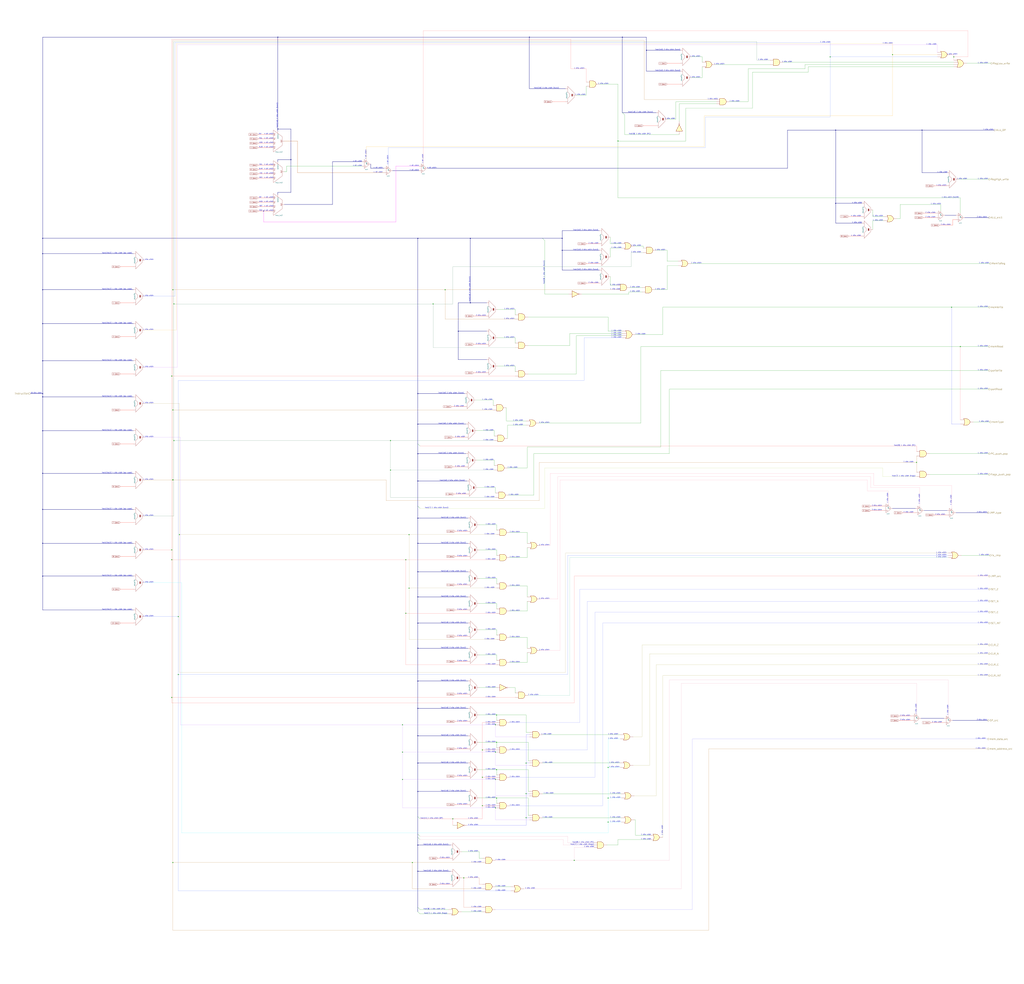
<source format=kicad_sch>
(kicad_sch (version 20211123) (generator eeschema)
  (paper "User" 1189 1143)
  (lib_symbols
    (symbol "4073_1" (pin_numbers hide) (pin_names (offset 1.016) hide)
      (property "Reference" "U" (at 0 1.27 0))
      (property "Value" "4073_1" (at 0 -1.27 0))
      (symbol "4073_1_1_1"
        (pin input line (at -7.62 2.54 0) (length 3.81) (name "~") (number "1"))
        (pin input line (at -7.62 0 0) (length 3.81) (name "~") (number "2"))
        (pin input line (at -7.62 -2.54 0) (length 3.81) (name "~") (number "8"))
        (pin output line (at 7.62 0 180) (length 3.81) (name "~") (number "9"))
      )
      (symbol "4073_1_1_2"
        (pin input inverted (at -7.62 2.54 0) (length 4.318) (name "~") (number "1"))
        (pin input inverted (at -7.62 0 0) (length 4.953) (name "~") (number "2"))
        (pin input inverted (at -7.62 -2.54 0) (length 4.318) (name "~") (number "8"))
        (pin output inverted (at 7.62 0 180) (length 3.81) (name "~") (number "9"))
      )
      (symbol "4073_1_2_1"
        (pin input line (at -7.62 2.54 0) (length 3.81) (name "~") (number "3"))
        (pin input line (at -7.62 0 0) (length 3.81) (name "~") (number "4"))
        (pin input line (at -7.62 -2.54 0) (length 3.81) (name "~") (number "5"))
        (pin output line (at 7.62 0 180) (length 3.81) (name "~") (number "6"))
      )
      (symbol "4073_1_2_2"
        (pin input inverted (at -7.62 2.54 0) (length 4.318) (name "~") (number "3"))
        (pin input inverted (at -7.62 0 0) (length 4.953) (name "~") (number "4"))
        (pin input inverted (at -7.62 -2.54 0) (length 4.318) (name "~") (number "5"))
        (pin output inverted (at 7.62 0 180) (length 3.81) (name "~") (number "6"))
      )
      (symbol "4073_1_3_1"
        (pin output line (at 7.62 0 180) (length 3.81) (name "~") (number "10"))
        (pin input line (at -7.62 2.54 0) (length 3.81) (name "~") (number "11"))
        (pin input line (at -7.62 0 0) (length 3.81) (name "~") (number "12"))
        (pin input line (at -7.62 -2.54 0) (length 3.81) (name "~") (number "13"))
      )
      (symbol "4073_1_3_2"
        (pin output inverted (at 7.62 0 180) (length 3.81) (name "~") (number "10"))
        (pin input inverted (at -7.62 2.54 0) (length 4.318) (name "~") (number "11"))
        (pin input inverted (at -7.62 0 0) (length 4.953) (name "~") (number "12"))
        (pin input inverted (at -7.62 -2.54 0) (length 4.318) (name "~") (number "13"))
      )
      (symbol "4073_1_4_0"
        (pin power_in line (at 0 12.7 270) (length 5.08) (name "VDD") (number "14"))
        (pin power_in line (at 0 -12.7 90) (length 5.08) (name "VSS") (number "7"))
      )
    )
    (symbol "4xxx:4071" (pin_numbers hide) (pin_names (offset 1.016) hide)
      (property "Reference" "U" (at 0 1.27 0))
      (property "Value" "4071" (at 0 -1.27 0))
      (symbol "4071_1_1"
        (pin input line (at -7.62 2.54 0) (length 4.318) (name "~") (number "1"))
        (pin input line (at -7.62 -2.54 0) (length 4.318) (name "~") (number "2"))
        (pin output line (at 7.62 0 180) (length 3.81) (name "~") (number "3"))
      )
      (symbol "4071_1_2"
        (pin input inverted (at -7.62 2.54 0) (length 3.81) (name "~") (number "1"))
        (pin input inverted (at -7.62 -2.54 0) (length 3.81) (name "~") (number "2"))
        (pin output inverted (at 7.62 0 180) (length 3.81) (name "~") (number "3"))
      )
      (symbol "4071_2_1"
        (pin output line (at 7.62 0 180) (length 3.81) (name "~") (number "4"))
        (pin input line (at -7.62 2.54 0) (length 4.318) (name "~") (number "5"))
        (pin input line (at -7.62 -2.54 0) (length 4.318) (name "~") (number "6"))
      )
      (symbol "4071_2_2"
        (pin output inverted (at 7.62 0 180) (length 3.81) (name "~") (number "4"))
        (pin input inverted (at -7.62 2.54 0) (length 3.81) (name "~") (number "5"))
        (pin input inverted (at -7.62 -2.54 0) (length 3.81) (name "~") (number "6"))
      )
      (symbol "4071_3_1"
        (pin output line (at 7.62 0 180) (length 3.81) (name "~") (number "10"))
        (pin input line (at -7.62 2.54 0) (length 4.318) (name "~") (number "8"))
        (pin input line (at -7.62 -2.54 0) (length 4.318) (name "~") (number "9"))
      )
      (symbol "4071_3_2"
        (pin output inverted (at 7.62 0 180) (length 3.81) (name "~") (number "10"))
        (pin input inverted (at -7.62 2.54 0) (length 3.81) (name "~") (number "8"))
        (pin input inverted (at -7.62 -2.54 0) (length 3.81) (name "~") (number "9"))
      )
      (symbol "4071_4_1"
        (pin output line (at 7.62 0 180) (length 3.81) (name "~") (number "11"))
        (pin input line (at -7.62 2.54 0) (length 4.318) (name "~") (number "12"))
        (pin input line (at -7.62 -2.54 0) (length 4.318) (name "~") (number "13"))
      )
      (symbol "4071_4_2"
        (pin output inverted (at 7.62 0 180) (length 3.81) (name "~") (number "11"))
        (pin input inverted (at -7.62 2.54 0) (length 3.81) (name "~") (number "12"))
        (pin input inverted (at -7.62 -2.54 0) (length 3.81) (name "~") (number "13"))
      )
      (symbol "4071_5_0"
        (pin power_in line (at 0 12.7 270) (length 5.08) (name "VDD") (number "14"))
        (pin power_in line (at 0 -12.7 90) (length 5.08) (name "VSS") (number "7"))
      )
    )
    (symbol "4xxx:4072" (pin_numbers hide) (pin_names (offset 1.016) hide)
      (property "Reference" "U" (at 0 1.27 0))
      (property "Value" "4072" (at 0 -1.27 0))
      (symbol "4072_1_1"
        (pin output line (at 7.62 0 180) (length 3.81) (name "~") (number "1"))
        (pin input line (at -7.62 3.81 0) (length 3.81) (name "~") (number "2"))
        (pin input line (at -7.62 1.27 0) (length 4.826) (name "~") (number "3"))
        (pin input line (at -7.62 -1.27 0) (length 4.826) (name "~") (number "4"))
        (pin input line (at -7.62 -3.81 0) (length 3.81) (name "~") (number "5"))
      )
      (symbol "4072_1_2"
        (pin output inverted (at 7.62 0 180) (length 3.81) (name "~") (number "1"))
        (pin input inverted (at -7.62 3.81 0) (length 3.81) (name "~") (number "2"))
        (pin input inverted (at -7.62 1.27 0) (length 3.81) (name "~") (number "3"))
        (pin input inverted (at -7.62 -1.27 0) (length 3.81) (name "~") (number "4"))
        (pin input inverted (at -7.62 -3.81 0) (length 3.81) (name "~") (number "5"))
      )
      (symbol "4072_2_1"
        (pin input line (at -7.62 1.27 0) (length 4.826) (name "~") (number "10"))
        (pin input line (at -7.62 -1.27 0) (length 4.826) (name "~") (number "11"))
        (pin input line (at -7.62 -3.81 0) (length 3.81) (name "~") (number "12"))
        (pin output line (at 7.62 0 180) (length 3.81) (name "~") (number "13"))
        (pin input line (at -7.62 3.81 0) (length 3.81) (name "~") (number "9"))
      )
      (symbol "4072_2_2"
        (pin input inverted (at -7.62 1.27 0) (length 3.81) (name "~") (number "10"))
        (pin input inverted (at -7.62 -1.27 0) (length 3.81) (name "~") (number "11"))
        (pin input inverted (at -7.62 -3.81 0) (length 3.81) (name "~") (number "12"))
        (pin output inverted (at 7.62 0 180) (length 3.81) (name "~") (number "13"))
        (pin input inverted (at -7.62 3.81 0) (length 3.81) (name "~") (number "9"))
      )
      (symbol "4072_3_0"
        (pin power_in line (at 0 12.7 270) (length 5.08) (name "VDD") (number "14"))
        (pin power_in line (at 0 -12.7 90) (length 5.08) (name "VSS") (number "7"))
      )
    )
    (symbol "4xxx:4073" (pin_numbers hide) (pin_names (offset 1.016) hide)
      (property "Reference" "U" (at 0 1.27 0))
      (property "Value" "4073" (at 0 -1.27 0))
      (symbol "4073_1_1"
        (pin input line (at -7.62 2.54 0) (length 3.81) (name "~") (number "1"))
        (pin input line (at -7.62 0 0) (length 3.81) (name "~") (number "2"))
        (pin input line (at -7.62 -2.54 0) (length 3.81) (name "~") (number "8"))
        (pin output line (at 7.62 0 180) (length 3.81) (name "~") (number "9"))
      )
      (symbol "4073_1_2"
        (pin input inverted (at -7.62 2.54 0) (length 4.318) (name "~") (number "1"))
        (pin input inverted (at -7.62 0 0) (length 4.953) (name "~") (number "2"))
        (pin input inverted (at -7.62 -2.54 0) (length 4.318) (name "~") (number "8"))
        (pin output inverted (at 7.62 0 180) (length 3.81) (name "~") (number "9"))
      )
      (symbol "4073_2_1"
        (pin input line (at -7.62 2.54 0) (length 3.81) (name "~") (number "3"))
        (pin input line (at -7.62 0 0) (length 3.81) (name "~") (number "4"))
        (pin input line (at -7.62 -2.54 0) (length 3.81) (name "~") (number "5"))
        (pin output line (at 7.62 0 180) (length 3.81) (name "~") (number "6"))
      )
      (symbol "4073_2_2"
        (pin input inverted (at -7.62 2.54 0) (length 4.318) (name "~") (number "3"))
        (pin input inverted (at -7.62 0 0) (length 4.953) (name "~") (number "4"))
        (pin input inverted (at -7.62 -2.54 0) (length 4.318) (name "~") (number "5"))
        (pin output inverted (at 7.62 0 180) (length 3.81) (name "~") (number "6"))
      )
      (symbol "4073_3_1"
        (pin output line (at 7.62 0 180) (length 3.81) (name "~") (number "10"))
        (pin input line (at -7.62 2.54 0) (length 3.81) (name "~") (number "11"))
        (pin input line (at -7.62 0 0) (length 3.81) (name "~") (number "12"))
        (pin input line (at -7.62 -2.54 0) (length 3.81) (name "~") (number "13"))
      )
      (symbol "4073_3_2"
        (pin output inverted (at 7.62 0 180) (length 3.81) (name "~") (number "10"))
        (pin input inverted (at -7.62 2.54 0) (length 4.318) (name "~") (number "11"))
        (pin input inverted (at -7.62 0 0) (length 4.953) (name "~") (number "12"))
        (pin input inverted (at -7.62 -2.54 0) (length 4.318) (name "~") (number "13"))
      )
      (symbol "4073_4_0"
        (pin power_in line (at 0 12.7 270) (length 5.08) (name "VDD") (number "14"))
        (pin power_in line (at 0 -12.7 90) (length 5.08) (name "VSS") (number "7"))
      )
    )
    (symbol "4xxx:4075" (pin_numbers hide) (pin_names (offset 1.016) hide)
      (property "Reference" "U" (at 0 1.27 0))
      (property "Value" "4075" (at 0 -1.27 0))
      (symbol "4075_1_1"
        (pin input line (at -7.62 2.54 0) (length 4.318) (name "~") (number "1"))
        (pin input line (at -7.62 0 0) (length 4.953) (name "~") (number "2"))
        (pin input line (at -7.62 -2.54 0) (length 4.318) (name "~") (number "8"))
        (pin output line (at 7.62 0 180) (length 3.81) (name "~") (number "9"))
      )
      (symbol "4075_1_2"
        (pin input inverted (at -7.62 2.54 0) (length 3.81) (name "~") (number "1"))
        (pin input inverted (at -7.62 0 0) (length 3.81) (name "~") (number "2"))
        (pin input inverted (at -7.62 -2.54 0) (length 3.81) (name "~") (number "8"))
        (pin output inverted (at 7.62 0 180) (length 3.81) (name "~") (number "9"))
      )
      (symbol "4075_2_1"
        (pin input line (at -7.62 2.54 0) (length 4.318) (name "~") (number "3"))
        (pin input line (at -7.62 0 0) (length 4.953) (name "~") (number "4"))
        (pin input line (at -7.62 -2.54 0) (length 4.318) (name "~") (number "5"))
        (pin output line (at 7.62 0 180) (length 3.81) (name "~") (number "6"))
      )
      (symbol "4075_2_2"
        (pin input inverted (at -7.62 2.54 0) (length 3.81) (name "~") (number "3"))
        (pin input inverted (at -7.62 0 0) (length 3.81) (name "~") (number "4"))
        (pin input inverted (at -7.62 -2.54 0) (length 3.81) (name "~") (number "5"))
        (pin output inverted (at 7.62 0 180) (length 3.81) (name "~") (number "6"))
      )
      (symbol "4075_3_1"
        (pin output line (at 7.62 0 180) (length 3.81) (name "~") (number "10"))
        (pin input line (at -7.62 2.54 0) (length 4.318) (name "~") (number "11"))
        (pin input line (at -7.62 0 0) (length 4.953) (name "~") (number "12"))
        (pin input line (at -7.62 -2.54 0) (length 4.318) (name "~") (number "13"))
      )
      (symbol "4075_3_2"
        (pin output inverted (at 7.62 0 180) (length 3.81) (name "~") (number "10"))
        (pin input inverted (at -7.62 2.54 0) (length 3.81) (name "~") (number "11"))
        (pin input inverted (at -7.62 0 0) (length 3.81) (name "~") (number "12"))
        (pin input inverted (at -7.62 -2.54 0) (length 3.81) (name "~") (number "13"))
      )
      (symbol "4075_4_0"
        (pin power_in line (at 0 12.7 270) (length 5.08) (name "VDD") (number "14"))
        (pin power_in line (at 0 -12.7 90) (length 5.08) (name "VSS") (number "7"))
      )
    )
    (symbol "4xxx:4081" (pin_numbers hide) (pin_names (offset 1.016) hide)
      (property "Reference" "U" (at 0 1.27 0))
      (property "Value" "4081" (at 0 -1.27 0))
      (symbol "4081_1_1"
        (pin input line (at -7.62 2.54 0) (length 3.81) (name "~") (number "1"))
        (pin input line (at -7.62 -2.54 0) (length 3.81) (name "~") (number "2"))
        (pin output line (at 7.62 0 180) (length 3.81) (name "~") (number "3"))
      )
      (symbol "4081_1_2"
        (pin input inverted (at -7.62 2.54 0) (length 4.318) (name "~") (number "1"))
        (pin input inverted (at -7.62 -2.54 0) (length 4.318) (name "~") (number "2"))
        (pin output inverted (at 7.62 0 180) (length 3.81) (name "~") (number "3"))
      )
      (symbol "4081_2_1"
        (pin output line (at 7.62 0 180) (length 3.81) (name "~") (number "4"))
        (pin input line (at -7.62 2.54 0) (length 3.81) (name "~") (number "5"))
        (pin input line (at -7.62 -2.54 0) (length 3.81) (name "~") (number "6"))
      )
      (symbol "4081_2_2"
        (pin output inverted (at 7.62 0 180) (length 3.81) (name "~") (number "4"))
        (pin input inverted (at -7.62 2.54 0) (length 4.318) (name "~") (number "5"))
        (pin input inverted (at -7.62 -2.54 0) (length 4.318) (name "~") (number "6"))
      )
      (symbol "4081_3_1"
        (pin output line (at 7.62 0 180) (length 3.81) (name "~") (number "10"))
        (pin input line (at -7.62 2.54 0) (length 3.81) (name "~") (number "8"))
        (pin input line (at -7.62 -2.54 0) (length 3.81) (name "~") (number "9"))
      )
      (symbol "4081_3_2"
        (pin output inverted (at 7.62 0 180) (length 3.81) (name "~") (number "10"))
        (pin input inverted (at -7.62 2.54 0) (length 4.318) (name "~") (number "8"))
        (pin input inverted (at -7.62 -2.54 0) (length 4.318) (name "~") (number "9"))
      )
      (symbol "4081_4_1"
        (pin output line (at 7.62 0 180) (length 3.81) (name "~") (number "11"))
        (pin input line (at -7.62 2.54 0) (length 3.81) (name "~") (number "12"))
        (pin input line (at -7.62 -2.54 0) (length 3.81) (name "~") (number "13"))
      )
      (symbol "4081_4_2"
        (pin output inverted (at 7.62 0 180) (length 3.81) (name "~") (number "11"))
        (pin input inverted (at -7.62 2.54 0) (length 4.318) (name "~") (number "12"))
        (pin input inverted (at -7.62 -2.54 0) (length 4.318) (name "~") (number "13"))
      )
      (symbol "4081_5_0"
        (pin power_in line (at 0 12.7 270) (length 5.08) (name "VDD") (number "14"))
        (pin power_in line (at 0 -12.7 90) (length 5.08) (name "VSS") (number "7"))
      )
    )
    (symbol "74xx:74LS04" (pin_numbers hide) (pin_names hide)
      (property "Reference" "U" (at 0 1.27 0))
      (property "Value" "74LS04" (at 0 -1.27 0))
      (symbol "74LS04_1_0"
        (pin input line (at -7.62 0 0) (length 3.81) (name "~") (number "1"))
        (pin output inverted (at 7.62 0 180) (length 3.81) (name "~") (number "2"))
      )
      (symbol "74LS04_2_0"
        (pin input line (at -7.62 0 0) (length 3.81) (name "~") (number "3"))
        (pin output inverted (at 7.62 0 180) (length 3.81) (name "~") (number "4"))
      )
      (symbol "74LS04_3_0"
        (pin input line (at -7.62 0 0) (length 3.81) (name "~") (number "5"))
        (pin output inverted (at 7.62 0 180) (length 3.81) (name "~") (number "6"))
      )
      (symbol "74LS04_4_0"
        (pin output inverted (at 7.62 0 180) (length 3.81) (name "~") (number "8"))
        (pin input line (at -7.62 0 0) (length 3.81) (name "~") (number "9"))
      )
      (symbol "74LS04_5_0"
        (pin output inverted (at 7.62 0 180) (length 3.81) (name "~") (number "10"))
        (pin input line (at -7.62 0 0) (length 3.81) (name "~") (number "11"))
      )
      (symbol "74LS04_6_0"
        (pin output inverted (at 7.62 0 180) (length 3.81) (name "~") (number "12"))
        (pin input line (at -7.62 0 0) (length 3.81) (name "~") (number "13"))
      )
      (symbol "74LS04_7_0"
        (pin power_in line (at 0 12.7 270) (length 5.08) (name "VCC") (number "14"))
        (pin power_in line (at 0 -12.7 90) (length 5.08) (name "GND") (number "7"))
      )
    )
    (symbol "computerArchProj:equality"
      (property "Reference" "U" (at 0 3.81 0))
      (property "Value" "equality" (at 0 6.35 0))
      (symbol "equality_0_0"
        (text "=" (at 0 0 0) (effects (font (size 3 3) bold)))
      )
      (symbol "equality_1_1"
        (pin input line (at -7.62 7.62 270) (length 2.54) (name "") (number ""))
        (pin output line (at 0 -5.08 90) (length 2.54) (name "") (number ""))
        (pin input line (at 7.62 7.62 270) (length 2.54) (name "") (number ""))
      )
    )
    (symbol "computerArchProj:mux_2x1"
      (property "Reference" "U" (at 0 10.16 0))
      (property "Value" "mux_2x1" (at 0 6.35 0))
      (symbol "mux_2x1_0_0"
        (text "in0" (at -2.54 3.81 0) (effects (font (size 0.5 0.5))))
        (text "in1" (at 2.54 3.81 0) (effects (font (size 0.5 0.5))))
        (text "out" (at 0 1.27 0) (effects (font (size 0.5 0.5))))
      )
      (symbol "mux_2x1_1_1"
        (pin input line (at -2.54 7.62 270) (length 2.54) (name "") (number ""))
        (pin output line (at 0 -2.54 90) (length 2.54) (name "") (number ""))
        (pin input line (at 2.54 7.62 270) (length 2.54) (name "") (number ""))
        (pin input line (at -5.08 2.54 0) (length 2.54) (name "select") (number ""))
      )
    )
    (symbol "computerArchProj:mux_4x2"
      (property "Reference" "U" (at 15.24 8.89 0))
      (property "Value" "mux_4x2" (at 16.51 2.54 0))
      (symbol "mux_4x2_0_0"
        (text "in0" (at -7.62 3.81 0) (effects (font (size 1.27 1.27))))
        (text "in1" (at -2.54 3.81 0) (effects (font (size 1.27 1.27))))
        (text "in2" (at 2.54 3.81 0) (effects (font (size 1.27 1.27))))
        (text "in3" (at 7.62 3.81 0) (effects (font (size 1.27 1.27))))
        (text "out" (at 0 -3.81 0) (effects (font (size 1.27 1.27))))
      )
      (symbol "mux_4x2_1_1"
        (pin input line (at -7.62 7.62 270) (length 2.54) (name "") (number ""))
        (pin input line (at -2.54 7.62 270) (length 2.54) (name "") (number ""))
        (pin output line (at 0 -7.62 90) (length 2.54) (name "") (number ""))
        (pin input line (at 2.54 7.62 270) (length 2.54) (name "") (number ""))
        (pin input line (at 7.62 7.62 270) (length 2.54) (name "") (number ""))
        (pin input line (at -11.43 0 0) (length 2.54) (name "select") (number ""))
      )
    )
  )
  (junction (at 200.66 557.53))
  (junction (at 200.66 557.4564))
  (junction (at 208.28 621.03))
  (junction (at 576.58 830.58))
  (junction (at 467.36 905.51))
  (junction (at 706.12 927.1))
  (junction (at 306.07 245.11))
  (junction (at 717.55 163.83))
  (junction (at 576.58 927.1))
  (junction (at 750.57 58.42))
  (junction (at 1115.06 402.59))
  (junction (at 49.53 669.29))
  (junction (at 575.31 873.76))
  (junction (at 1064.26 537.21))
  (junction (at 970.28 151.13))
  (junction (at 560.07 935.99))
  (junction (at 200.66 1002.03))
  (junction (at 485.14 664.21))
  (junction (at 485.14 723.9))
  (junction (at 49.53 375.92))
  (junction (at 322.58 43.18))
  (junction (at 575.31 842.01))
  (junction (at 485.14 854.71))
  (junction (at 49.53 631.19))
  (junction (at 485.14 558.8))
  (junction (at 1070.61 151.13))
  (junction (at 963.93 66.04))
  (junction (at 453.39 511.81))
  (junction (at 485.14 601.98))
  (junction (at 207.01 783.59))
  (junction (at 471.17 712.47))
  (junction (at 49.53 294.64))
  (junction (at 560.07 871.22))
  (junction (at 49.53 461.01))
  (junction (at 485.14 919.48))
  (junction (at 453.39 546.1))
  (junction (at 485.14 276.86))
  (junction (at 207.01 716.28))
  (junction (at 722.63 43.18))
  (junction (at 546.1 351.79))
  (junction (at 610.87 949.96))
  (junction (at 560.07 902.97))
  (junction (at 200.66 476.25))
  (junction (at 610.87 922.02))
  (junction (at 652.78 290.83))
  (junction (at 49.53 549.91))
  (junction (at 546.1 276.86))
  (junction (at 485.14 981.71))
  (junction (at 49.53 276.86))
  (junction (at 471.17 650.24))
  (junction (at 516.89 336.55))
  (junction (at 610.87 886.46))
  (junction (at 201.93 511.81))
  (junction (at 474.98 683.26))
  (junction (at 49.53 591.82))
  (junction (at 1036.32 63.5))
  (junction (at 575.31 905.51))
  (junction (at 200.66 336.55))
  (junction (at 467.36 873.76))
  (junction (at 49.53 500.38))
  (junction (at 201.93 353.06))
  (junction (at 525.78 951.23))
  (junction (at 199.39 436.88))
  (junction (at 575.31 938.53))
  (junction (at 199.39 650.24))
  (junction (at 1107.44 66.04))
  (junction (at 652.78 276.86))
  (junction (at 322.58 149.86))
  (junction (at 502.92 353.06))
  (junction (at 970.28 236.22))
  (junction (at 614.68 43.18))
  (junction (at 485.14 753.11))
  (junction (at 199.39 638.81))
  (junction (at 706.12 891.54))
  (junction (at 485.14 492.76))
  (junction (at 485.14 1012.19))
  (junction (at 538.48 1019.81))
  (junction (at 485.14 791.21))
  (junction (at 485.14 822.96))
  (junction (at 532.13 384.81))
  (junction (at 485.14 457.2))
  (junction (at 485.14 631.19))
  (junction (at 199.39 810.26))
  (junction (at 478.79 1002.03))
  (junction (at 49.53 419.1))
  (junction (at 474.98 621.03))
  (junction (at 49.53 457.2))
  (junction (at 706.12 955.04))
  (junction (at 576.58 894.08))
  (junction (at 1104.9 356.87))
  (junction (at 485.14 693.42))
  (junction (at 467.36 842.01))
  (junction (at 666.75 999.49))
  (junction (at 576.58 862.33))
  (junction (at 485.14 886.46))
  (junction (at 485.14 527.05))
  (junction (at 337.82 185.42))
  (junction (at 49.53 336.55))
  (bus_entry (at 722.63 130.81) (size 2.54 2.54))
  (bus_entry (at 485.14 972.82) (size 2.54 2.54))
  (bus_entry (at 485.14 588.01) (size 2.54 2.54))
  (bus_entry (at 485.14 1054.1) (size 2.54 2.54))
  (bus_entry (at 629.92 276.86) (size 2.54 2.54))
  (bus_entry (at 485.14 1059.18) (size 2.54 2.54))
  (bus_entry (at 485.14 948.69) (size 2.54 2.54))
  (bus_entry (at 485.14 969.01) (size 2.54 2.54))
  (bus_entry (at 485.14 515.62) (size 2.54 2.54))
  (wire (pts (xy 525.78 951.23) (xy 525.78 958.85)) (stroke (width 0) (color 255 73 83 1)))
  (bus (pts (xy 970.28 236.22) (xy 1000.76 236.22)))
  (wire (pts (xy 1115.06 492.76) (xy 1104.9 492.76)) (stroke (width 0) (color 71 82 255 1)))
  (wire (pts (xy 748.03 46.99) (xy 748.03 115.57)) (stroke (width 0) (color 184 121 43 1)))
  (wire (pts (xy 591.82 740.41) (xy 612.14 740.41)))
  (wire (pts (xy 201.93 353.06) (xy 201.93 48.26)) (stroke (width 0) (color 87 141 108 1)))
  (bus (pts (xy 485.14 753.11) (xy 485.14 791.21)))
  (wire (pts (xy 200.66 1002.03) (xy 200.66 1080.77)) (stroke (width 0) (color 184 121 43 1)))
  (bus (pts (xy 299.72 166.37) (xy 314.96 166.37)) (stroke (width 0) (color 255 121 109 1)))
  (wire (pts (xy 478.79 1032.51) (xy 478.79 1002.03)) (stroke (width 0) (color 184 121 43 1)))
  (bus (pts (xy 750.57 58.42) (xy 750.57 82.55)))
  (wire (pts (xy 167.64 676.91) (xy 210.82 676.91)) (stroke (width 0) (color 101 244 255 1)))
  (bus (pts (xy 523.24 981.71) (xy 485.14 981.71)))
  (wire (pts (xy 647.7 553.72) (xy 1010.92 553.72)) (stroke (width 0) (color 255 152 179 1)))
  (wire (pts (xy 730.25 341.63) (xy 730.25 339.09)))
  (bus (pts (xy 543.56 723.9) (xy 485.14 723.9)))
  (wire (pts (xy 654.05 981.71) (xy 689.61 981.71)) (stroke (width 0) (color 236 158 182 1)))
  (wire (pts (xy 699.77 935.99) (xy 699.77 723.9)) (stroke (width 0) (color 113 123 255 1)))
  (wire (pts (xy 675.64 341.63) (xy 730.25 341.63)))
  (wire (pts (xy 487.68 1061.72) (xy 520.7 1061.72)))
  (bus (pts (xy 1070.61 151.13) (xy 1154.43 151.13)))
  (wire (pts (xy 560.07 935.99) (xy 576.58 935.99)) (stroke (width 0) (color 255 73 83 1)))
  (wire (pts (xy 629.92 853.44) (xy 720.09 853.44)))
  (bus (pts (xy 49.53 276.86) (xy 49.53 294.64)))
  (wire (pts (xy 207.01 783.59) (xy 659.13 783.59)) (stroke (width 0) (color 90 122 255 1)))
  (wire (pts (xy 774.7 138.43) (xy 784.86 138.43)))
  (wire (pts (xy 598.17 810.26) (xy 199.39 810.26)) (stroke (width 0) (color 255 103 102 1)))
  (wire (pts (xy 200.66 476.25) (xy 200.66 336.55)) (stroke (width 0) (color 184 121 43 1)))
  (bus (pts (xy 543.56 822.96) (xy 485.14 822.96)))
  (wire (pts (xy 1148.08 669.29) (xy 666.75 669.29)) (stroke (width 0) (color 255 103 102 1)))
  (wire (pts (xy 535.94 1019.81) (xy 538.48 1019.81)) (stroke (width 0) (color 214 91 68 1)))
  (bus (pts (xy 614.68 43.18) (xy 722.63 43.18)))
  (wire (pts (xy 487.68 518.16) (xy 1064.26 518.16)) (stroke (width 0) (color 255 90 95 1)))
  (wire (pts (xy 576.58 938.53) (xy 575.31 938.53)) (stroke (width 0) (color 194 133 255 1)))
  (wire (pts (xy 610.87 949.96) (xy 614.68 949.96)) (stroke (width 0) (color 71 69 255 1)))
  (bus (pts (xy 546.1 276.86) (xy 629.92 276.86)))
  (wire (pts (xy 613.41 434.34) (xy 669.29 434.34)))
  (wire (pts (xy 706.12 891.54) (xy 720.09 891.54)) (stroke (width 0) (color 101 244 255 1)))
  (bus (pts (xy 1043.94 836.93) (xy 1059.18 836.93)) (stroke (width 0) (color 255 121 109 1)))
  (bus (pts (xy 1099.82 200.66) (xy 1070.61 200.66)))
  (wire (pts (xy 200.66 557.4564) (xy 200.66 476.25)) (stroke (width 0) (color 184 121 43 1)))
  (bus (pts (xy 970.28 151.13) (xy 970.28 236.22)))
  (wire (pts (xy 1103.63 63.5) (xy 1107.44 63.5)) (stroke (width 0) (color 255 113 117 1)))
  (wire (pts (xy 576.58 772.16) (xy 471.17 772.16)) (stroke (width 0) (color 255 103 102 1)))
  (bus (pts (xy 485.14 1054.1) (xy 485.14 1059.18)))
  (wire (pts (xy 613.41 919.48) (xy 614.68 919.48)))
  (wire (pts (xy 525.78 309.88) (xy 732.79 309.88)) (stroke (width 0) (color 87 141 108 1)))
  (bus (pts (xy 485.14 527.05) (xy 485.14 515.62)))
  (wire (pts (xy 1024.89 553.72) (xy 1064.26 553.72)) (stroke (width 0) (color 194 221 118 1)))
  (wire (pts (xy 732.79 293.37) (xy 732.79 309.88)) (stroke (width 0) (color 87 141 108 1)))
  (wire (pts (xy 708.66 298.45) (xy 708.66 288.29)))
  (wire (pts (xy 613.41 401.32) (xy 661.67 401.32)))
  (wire (pts (xy 754.38 970.28) (xy 737.87 970.28)))
  (bus (pts (xy 1106.17 836.93) (xy 1146.81 836.93)))
  (wire (pts (xy 796.29 125.73) (xy 873.76 125.73)))
  (wire (pts (xy 629.92 922.02) (xy 721.36 922.02)))
  (wire (pts (xy 1041.4 254) (xy 1045.21 254)))
  (wire (pts (xy 1013.46 243.84) (xy 1013.46 251.46)))
  (bus (pts (xy 528.32 739.14) (xy 543.56 739.14)) (stroke (width 0) (color 255 121 109 1)))
  (wire (pts (xy 448.31 557.4564) (xy 448.31 581.66)) (stroke (width 0) (color 184 121 43 1)))
  (wire (pts (xy 737.87 388.62) (xy 769.62 388.62)))
  (wire (pts (xy 201.93 599.44) (xy 201.93 511.81)) (stroke (width 0) (color 87 141 108 1)))
  (bus (pts (xy 746.76 146.05) (xy 762 146.05)) (stroke (width 0) (color 255 121 109 1)))
  (wire (pts (xy 661.67 647.7) (xy 1101.09 647.7)) (stroke (width 0) (color 98 200 168 1)))
  (wire (pts (xy 1104.9 563.88) (xy 1104.9 590.55)) (stroke (width 0) (color 255 152 179 1)))
  (bus (pts (xy 641.35 118.11) (xy 656.59 118.11)) (stroke (width 0) (color 255 121 109 1)))
  (bus (pts (xy 299.72 229.87) (xy 314.96 229.87)) (stroke (width 0) (color 255 121 109 1)))
  (bus (pts (xy 1071.88 252.73) (xy 1087.12 252.73)) (stroke (width 0) (color 255 121 109 1)))
  (wire (pts (xy 819.15 171.45) (xy 450.85 171.45)) (stroke (width 0) (color 101 133 255 1)))
  (bus (pts (xy 139.7 351.79) (xy 154.94 351.79)) (stroke (width 0) (color 255 121 109 1)))
  (wire (pts (xy 613.41 862.33) (xy 613.41 883.92)))
  (bus (pts (xy 722.63 43.18) (xy 750.57 43.18)))
  (wire (pts (xy 556.26 1027.43) (xy 560.07 1027.43)) (stroke (width 0) (color 214 91 68 1)))
  (bus (pts (xy 139.7 607.06) (xy 154.94 607.06)) (stroke (width 0) (color 255 121 109 1)))
  (wire (pts (xy 207.01 716.28) (xy 207.01 783.59)) (stroke (width 0) (color 90 122 255 1)))
  (wire (pts (xy 736.6 952.5) (xy 737.87 952.5)))
  (wire (pts (xy 1013.46 266.7) (xy 1013.46 256.54)))
  (wire (pts (xy 425.45 170.18) (xy 425.45 185.42)) (stroke (width 0) (color 255 189 50 1)))
  (wire (pts (xy 736.6 285.75) (xy 746.76 285.75)))
  (wire (pts (xy 673.1 839.47) (xy 673.1 684.53)) (stroke (width 0) (color 113 123 255 1)))
  (bus (pts (xy 49.53 336.55) (xy 49.53 375.92)))
  (bus (pts (xy 330.2 237.49) (xy 386.08 237.49)))
  (bus (pts (xy 1036.32 590.55) (xy 1062.99 590.55)))
  (wire (pts (xy 560.07 839.47) (xy 576.58 839.47)) (stroke (width 0) (color 255 73 83 1)))
  (wire (pts (xy 963.93 49.53) (xy 963.93 66.04)) (stroke (width 0) (color 101 133 255 1)))
  (wire (pts (xy 777.24 452.12) (xy 1148.08 452.12)))
  (bus (pts (xy 49.53 669.29) (xy 154.94 669.29)))
  (wire (pts (xy 167.64 638.81) (xy 199.39 638.81)) (stroke (width 0) (color 255 103 102 1)))
  (wire (pts (xy 200.66 557.4564) (xy 448.31 557.4564)) (stroke (width 0) (color 184 121 43 1)))
  (wire (pts (xy 680.72 110.49) (xy 680.72 100.33)))
  (bus (pts (xy 139.7 309.88) (xy 154.94 309.88)) (stroke (width 0) (color 255 121 109 1)))
  (bus (pts (xy 306.07 257.81) (xy 459.74 257.81)) (stroke (width 0) (color 255 106 252 1)))
  (wire (pts (xy 556.26 731.52) (xy 576.58 731.52)))
  (wire (pts (xy 1115.06 402.59) (xy 1148.08 402.59)))
  (bus (pts (xy 528.32 901.7) (xy 543.56 901.7)) (stroke (width 0) (color 255 121 109 1)))
  (wire (pts (xy 591.82 871.22) (xy 681.99 871.22)) (stroke (width 0) (color 113 123 255 1)))
  (wire (pts (xy 199.39 436.88) (xy 598.17 436.88)) (stroke (width 0) (color 255 103 102 1)))
  (bus (pts (xy 532.13 384.81) (xy 565.15 384.81)))
  (wire (pts (xy 627.38 695.96) (xy 647.7 695.96)) (stroke (width 0) (color 255 152 179 1)))
  (wire (pts (xy 774.7 290.83) (xy 762 290.83)))
  (bus (pts (xy 496.57 195.58) (xy 914.4 195.58)))
  (wire (pts (xy 491.49 35.56) (xy 1123.95 35.56)) (stroke (width 0) (color 255 113 117 1)))
  (wire (pts (xy 1007.11 557.53) (xy 1007.11 570.23)) (stroke (width 0) (color 255 152 179 1)))
  (wire (pts (xy 717.55 163.83) (xy 796.29 163.83)))
  (bus (pts (xy 485.14 854.71) (xy 485.14 886.46)))
  (wire (pts (xy 1064.26 537.21) (xy 1064.26 548.64)) (stroke (width 0) (color 184 121 43 1)))
  (wire (pts (xy 1079.5 551.18) (xy 1148.08 551.18)))
  (wire (pts (xy 208.28 621.03) (xy 474.98 621.03)) (stroke (width 0) (color 191 172 109 1)))
  (wire (pts (xy 717.55 981.71) (xy 717.55 975.36)))
  (wire (pts (xy 690.88 902.97) (xy 690.88 711.2)) (stroke (width 0) (color 113 123 255 1)))
  (bus (pts (xy 322.58 152.4) (xy 322.58 149.86)))
  (wire (pts (xy 777.24 527.05) (xy 777.24 452.12)))
  (wire (pts (xy 659.13 979.17) (xy 689.61 979.17)) (stroke (width 0) (color 236 158 182 1)))
  (bus (pts (xy 1120.14 252.73) (xy 1148.08 252.73)))
  (wire (pts (xy 1064.26 518.16) (xy 1064.26 524.51)) (stroke (width 0) (color 255 90 95 1)))
  (bus (pts (xy 299.72 201.93) (xy 314.96 201.93)) (stroke (width 0) (color 255 121 109 1)))
  (wire (pts (xy 938.53 83.82) (xy 938.53 77.47)))
  (wire (pts (xy 706.12 927.1) (xy 721.36 927.1)) (stroke (width 0) (color 101 244 255 1)))
  (wire (pts (xy 591.82 798.83) (xy 598.17 798.83)))
  (wire (pts (xy 769.62 356.87) (xy 1104.9 356.87)))
  (wire (pts (xy 576.58 894.08) (xy 613.41 894.08)))
  (bus (pts (xy 528.32 934.72) (xy 543.56 934.72)) (stroke (width 0) (color 255 121 109 1)))
  (wire (pts (xy 525.78 958.85) (xy 527.05 958.85)))
  (wire (pts (xy 471.17 712.47) (xy 471.17 650.24)) (stroke (width 0) (color 255 103 102 1)))
  (wire (pts (xy 201.93 511.81) (xy 453.39 511.81)) (stroke (width 0) (color 87 141 108 1)))
  (wire (pts (xy 666.75 816.61) (xy 199.39 816.61)) (stroke (width 0) (color 255 103 102 1)))
  (bus (pts (xy 565.15 417.83) (xy 532.13 417.83)))
  (bus (pts (xy 330.2 199.39) (xy 332.74 199.39)) (stroke (width 0) (color 98 192 107 1)))
  (wire (pts (xy 199.39 436.88) (xy 199.39 45.72)) (stroke (width 0) (color 255 103 102 1)))
  (wire (pts (xy 591.82 839.47) (xy 673.1 839.47)) (stroke (width 0) (color 113 123 255 1)))
  (wire (pts (xy 575.31 1056.64) (xy 803.91 1056.64)) (stroke (width 0) (color 130 123 255 1)))
  (bus (pts (xy 49.53 375.92) (xy 49.53 419.1)))
  (wire (pts (xy 199.39 650.24) (xy 199.39 638.81)) (stroke (width 0) (color 255 103 102 1)))
  (wire (pts (xy 802.64 306.07) (xy 1149.35 306.07)))
  (wire (pts (xy 576.58 927.1) (xy 613.41 927.1)))
  (bus (pts (xy 508 996.95) (xy 523.24 996.95)) (stroke (width 0) (color 255 121 109 1)))
  (wire (pts (xy 167.64 557.53) (xy 200.66 557.53)) (stroke (width 0) (color 184 121 43 1)))
  (wire (pts (xy 576.58 927.1) (xy 576.58 933.45)))
  (bus (pts (xy 524.51 472.44) (xy 539.75 472.44)) (stroke (width 0) (color 255 121 109 1)))
  (bus (pts (xy 656.59 102.87) (xy 614.68 102.87)))
  (wire (pts (xy 1115.06 229.87) (xy 1115.06 247.65)))
  (bus (pts (xy 299.72 245.11) (xy 306.07 245.11)) (stroke (width 0) (color 255 121 109 1)))
  (bus (pts (xy 543.56 886.46) (xy 485.14 886.46)))
  (bus (pts (xy 525.78 542.29) (xy 541.02 542.29)) (stroke (width 0) (color 255 121 109 1)))
  (wire (pts (xy 610.87 922.02) (xy 614.68 922.02)) (stroke (width 0) (color 71 69 255 1)))
  (wire (pts (xy 560.07 871.22) (xy 576.58 871.22)) (stroke (width 0) (color 255 73 83 1)))
  (wire (pts (xy 661.67 401.32) (xy 661.67 387.35)))
  (wire (pts (xy 1101.09 789.94) (xy 1101.09 831.85)) (stroke (width 0) (color 236 158 182 1)))
  (bus (pts (xy 680.72 283.21) (xy 695.96 283.21)) (stroke (width 0) (color 255 121 109 1)))
  (wire (pts (xy 598.17 370.84) (xy 516.89 370.84)) (stroke (width 0) (color 184 121 43 1)))
  (wire (pts (xy 762 924.56) (xy 762 772.16)) (stroke (width 0) (color 180 176 85 1)))
  (wire (pts (xy 659.13 645.16) (xy 1101.09 645.16)) (stroke (width 0) (color 90 122 255 1)))
  (wire (pts (xy 203.2 344.17) (xy 203.2 49.53)) (stroke (width 0) (color 101 133 255 1)))
  (wire (pts (xy 847.09 118.11) (xy 868.68 118.11)))
  (wire (pts (xy 647.7 695.96) (xy 647.7 553.72)) (stroke (width 0) (color 255 152 179 1)))
  (wire (pts (xy 774.7 308.61) (xy 787.4 308.61)))
  (wire (pts (xy 638.81 633.73) (xy 638.81 549.91)) (stroke (width 0) (color 255 152 179 1)))
  (wire (pts (xy 632.46 279.4) (xy 632.46 341.63)))
  (wire (pts (xy 1014.73 563.88) (xy 1104.9 563.88)) (stroke (width 0) (color 255 152 179 1)))
  (wire (pts (xy 1115.06 402.59) (xy 1115.06 487.68)) (stroke (width 0) (color 255 111 122 1)))
  (wire (pts (xy 588.01 473.71) (xy 588.01 488.95)))
  (bus (pts (xy 541.02 527.05) (xy 485.14 527.05)))
  (wire (pts (xy 1036.32 63.5) (xy 1036.32 50.8)) (stroke (width 0) (color 255 189 50 1)))
  (bus (pts (xy 543.56 631.19) (xy 485.14 631.19)))
  (wire (pts (xy 1031.24 570.23) (xy 1031.24 585.47)) (stroke (width 0) (color 255 152 179 1)))
  (bus (pts (xy 485.14 558.8) (xy 485.14 527.05)))
  (bus (pts (xy 299.72 191.77) (xy 314.96 191.77)) (stroke (width 0) (color 255 121 109 1)))
  (wire (pts (xy 1014.73 549.91) (xy 1014.73 563.88)) (stroke (width 0) (color 255 152 179 1)))
  (bus (pts (xy 306.07 245.11) (xy 306.07 257.81)) (stroke (width 0) (color 255 106 252 1)))
  (wire (pts (xy 613.41 894.08) (xy 613.41 919.48)))
  (wire (pts (xy 661.67 807.72) (xy 661.67 647.7)) (stroke (width 0) (color 98 200 168 1)))
  (bus (pts (xy 528.32 806.45) (xy 543.56 806.45)) (stroke (width 0) (color 255 121 109 1)))
  (wire (pts (xy 678.18 441.96) (xy 678.18 392.43)) (stroke (width 0) (color 90 122 255 1)))
  (bus (pts (xy 680.72 306.07) (xy 695.96 306.07)) (stroke (width 0) (color 255 121 109 1)))
  (bus (pts (xy 322.58 149.86) (xy 337.82 149.86)))
  (wire (pts (xy 612.14 709.93) (xy 612.14 698.5)))
  (wire (pts (xy 774.7 303.53) (xy 787.4 303.53)))
  (wire (pts (xy 626.11 537.21) (xy 1064.26 537.21)) (stroke (width 0) (color 184 121 43 1)))
  (bus (pts (xy 485.14 601.98) (xy 485.14 588.01)))
  (wire (pts (xy 556.26 638.81) (xy 576.58 638.81)))
  (wire (pts (xy 608.33 1032.51) (xy 791.21 1032.51)) (stroke (width 0) (color 236 158 182 1)))
  (wire (pts (xy 909.32 72.39) (xy 1107.44 72.39)))
  (bus (pts (xy 1080.77 839.47) (xy 1096.01 839.47)) (stroke (width 0) (color 255 121 109 1)))
  (wire (pts (xy 1088.39 63.5) (xy 1036.32 63.5)) (stroke (width 0) (color 255 189 50 1)))
  (bus (pts (xy 614.68 43.18) (xy 614.68 102.87)))
  (wire (pts (xy 612.14 769.62) (xy 612.14 758.19)))
  (wire (pts (xy 598.17 392.43) (xy 598.17 398.78)))
  (wire (pts (xy 199.39 45.72) (xy 662.94 45.72)) (stroke (width 0) (color 255 103 102 1)))
  (wire (pts (xy 717.55 975.36) (xy 754.38 975.36)))
  (wire (pts (xy 574.04 500.38) (xy 574.04 506.73)))
  (bus (pts (xy 523.24 1012.19) (xy 485.14 1012.19)))
  (wire (pts (xy 619.76 575.31) (xy 619.76 527.05)))
  (wire (pts (xy 201.93 48.26) (xy 878.84 48.26)) (stroke (width 0) (color 87 141 108 1)))
  (wire (pts (xy 502.92 353.06) (xy 525.78 353.06)) (stroke (width 0) (color 87 141 108 1)))
  (wire (pts (xy 554.99 566.42) (xy 575.31 566.42)))
  (wire (pts (xy 556.26 671.83) (xy 576.58 671.83)))
  (wire (pts (xy 681.99 698.5) (xy 1148.08 698.5)) (stroke (width 0) (color 113 123 255 1)))
  (wire (pts (xy 708.66 283.21) (xy 721.36 283.21)))
  (wire (pts (xy 201.93 511.81) (xy 201.93 353.06)) (stroke (width 0) (color 87 141 108 1)))
  (wire (pts (xy 934.72 74.93) (xy 1107.44 74.93)))
  (bus (pts (xy 528.32 768.35) (xy 543.56 768.35)) (stroke (width 0) (color 255 121 109 1)))
  (wire (pts (xy 167.64 508) (xy 209.55 508)) (stroke (width 0) (color 194 133 255 1)))
  (wire (pts (xy 1107.44 66.04) (xy 1107.44 69.85)) (stroke (width 0) (color 255 113 117 1)))
  (wire (pts (xy 576.58 671.83) (xy 576.58 678.18)))
  (bus (pts (xy 485.14 972.82) (xy 485.14 969.01)))
  (wire (pts (xy 453.39 511.81) (xy 574.04 511.81)) (stroke (width 0) (color 87 141 108 1)))
  (wire (pts (xy 669.29 389.89) (xy 722.63 389.89)))
  (wire (pts (xy 610.87 886.46) (xy 614.68 886.46)) (stroke (width 0) (color 71 69 255 1)))
  (wire (pts (xy 704.85 981.71) (xy 717.55 981.71)))
  (wire (pts (xy 453.39 577.85) (xy 453.39 546.1)) (stroke (width 0) (color 87 141 108 1)))
  (bus (pts (xy 485.14 693.42) (xy 485.14 723.9)))
  (wire (pts (xy 708.66 321.31) (xy 708.66 331.47)))
  (wire (pts (xy 560.07 871.22) (xy 560.07 902.97)) (stroke (width 0) (color 255 73 83 1)))
  (wire (pts (xy 1107.44 66.04) (xy 1123.95 66.04)) (stroke (width 0) (color 255 113 117 1)))
  (wire (pts (xy 754.38 889) (xy 754.38 759.46)) (stroke (width 0) (color 180 176 85 1)))
  (wire (pts (xy 822.96 869.95) (xy 1146.81 869.95)) (stroke (width 0) (color 184 121 43 1)))
  (bus (pts (xy 543.56 919.48) (xy 485.14 919.48)))
  (bus (pts (xy 337.82 185.42) (xy 322.58 185.42)))
  (wire (pts (xy 610.87 922.02) (xy 610.87 886.46)) (stroke (width 0) (color 71 69 255 1)))
  (wire (pts (xy 650.24 755.65) (xy 650.24 557.53)) (stroke (width 0) (color 255 152 179 1)))
  (wire (pts (xy 575.31 952.5) (xy 575.31 938.53)) (stroke (width 0) (color 194 133 255 1)))
  (wire (pts (xy 591.82 769.62) (xy 612.14 769.62)))
  (bus (pts (xy 299.72 161.29) (xy 314.96 161.29)) (stroke (width 0) (color 255 121 109 1)))
  (wire (pts (xy 612.14 740.41) (xy 612.14 753.11)))
  (wire (pts (xy 791.21 1032.51) (xy 791.21 793.75)) (stroke (width 0) (color 236 158 182 1)))
  (bus (pts (xy 299.72 240.03) (xy 314.96 240.03)) (stroke (width 0) (color 255 121 109 1)))
  (bus (pts (xy 774.7 97.79) (xy 789.94 97.79)) (stroke (width 0) (color 255 121 109 1)))
  (bus (pts (xy 49.53 375.92) (xy 154.94 375.92)))
  (wire (pts (xy 502.92 403.86) (xy 502.92 353.06)) (stroke (width 0) (color 87 141 108 1)))
  (bus (pts (xy 914.4 195.58) (xy 914.4 151.13)))
  (wire (pts (xy 200.66 1002.03) (xy 478.79 1002.03)) (stroke (width 0) (color 184 121 43 1)))
  (wire (pts (xy 556.26 989.33) (xy 556.26 996.95)))
  (wire (pts (xy 576.58 905.51) (xy 575.31 905.51)) (stroke (width 0) (color 194 133 255 1)))
  (wire (pts (xy 575.31 905.51) (xy 467.36 905.51)) (stroke (width 0) (color 194 133 255 1)))
  (wire (pts (xy 661.67 387.35) (xy 722.63 387.35)))
  (wire (pts (xy 575.31 999.49) (xy 666.75 999.49)) (stroke (width 0) (color 236 158 182 1)))
  (bus (pts (xy 789.94 82.55) (xy 750.57 82.55)))
  (bus (pts (xy 485.14 791.21) (xy 485.14 822.96)))
  (wire (pts (xy 200.66 46.99) (xy 748.03 46.99)) (stroke (width 0) (color 184 121 43 1)))
  (wire (pts (xy 830.58 74.93) (xy 894.08 74.93)))
  (wire (pts (xy 487.68 590.55) (xy 632.46 590.55)) (stroke (width 0) (color 194 221 118 1)))
  (bus (pts (xy 549.91 400.05) (xy 565.15 400.05)) (stroke (width 0) (color 255 121 109 1)))
  (wire (pts (xy 538.48 1054.1) (xy 538.48 1019.81)) (stroke (width 0) (color 214 91 68 1)))
  (wire (pts (xy 614.68 924.56) (xy 575.31 924.56)) (stroke (width 0) (color 194 133 255 1)))
  (wire (pts (xy 553.72 500.38) (xy 574.04 500.38)))
  (wire (pts (xy 516.89 370.84) (xy 516.89 336.55)) (stroke (width 0) (color 184 121 43 1)))
  (wire (pts (xy 748.03 115.57) (xy 831.85 115.57)) (stroke (width 0) (color 184 121 43 1)))
  (wire (pts (xy 199.39 816.61) (xy 199.39 810.26)) (stroke (width 0) (color 255 103 102 1)))
  (wire (pts (xy 208.28 468.63) (xy 208.28 621.03)) (stroke (width 0) (color 191 172 109 1)))
  (wire (pts (xy 627.38 755.65) (xy 650.24 755.65)) (stroke (width 0) (color 255 152 179 1)))
  (wire (pts (xy 560.07 1054.1) (xy 538.48 1054.1)) (stroke (width 0) (color 214 91 68 1)))
  (wire (pts (xy 689.61 984.25) (xy 666.75 984.25)) (stroke (width 0) (color 236 158 182 1)))
  (wire (pts (xy 613.41 947.42) (xy 614.68 947.42)))
  (bus (pts (xy 49.53 549.91) (xy 49.53 500.38)))
  (wire (pts (xy 591.82 709.93) (xy 612.14 709.93)))
  (bus (pts (xy 49.53 276.86) (xy 485.14 276.86)))
  (bus (pts (xy 485.14 981.71) (xy 485.14 972.82)))
  (wire (pts (xy 589.28 543.56) (xy 612.14 543.56)))
  (wire (pts (xy 817.88 134.62) (xy 817.88 170.18)) (stroke (width 0) (color 255 189 50 1)))
  (wire (pts (xy 167.64 599.44) (xy 201.93 599.44)) (stroke (width 0) (color 87 141 108 1)))
  (wire (pts (xy 690.88 711.2) (xy 1148.08 711.2)) (stroke (width 0) (color 113 123 255 1)))
  (bus (pts (xy 1043.94 831.85) (xy 1059.18 831.85)) (stroke (width 0) (color 255 121 109 1)))
  (wire (pts (xy 553.72 534.67) (xy 574.04 534.67)))
  (wire (pts (xy 627.38 633.73) (xy 638.81 633.73)) (stroke (width 0) (color 255 152 179 1)))
  (wire (pts (xy 963.93 66.04) (xy 1088.39 66.04)) (stroke (width 0) (color 101 133 255 1)))
  (bus (pts (xy 543.56 753.11) (xy 485.14 753.11)))
  (wire (pts (xy 613.41 927.1) (xy 613.41 947.42)))
  (bus (pts (xy 532.13 384.81) (xy 532.13 417.83)))
  (wire (pts (xy 612.14 543.56) (xy 612.14 519.43)))
  (bus (pts (xy 1084.58 215.9) (xy 1099.82 215.9)) (stroke (width 0) (color 255 121 109 1)))
  (bus (pts (xy 1010.92 593.09) (xy 1026.16 593.09)) (stroke (width 0) (color 255 121 109 1)))
  (bus (pts (xy 345.44 200.66) (xy 445.77 200.66)) (stroke (width 0) (color 210 142 87 1)))
  (wire (pts (xy 576.58 760.73) (xy 576.58 767.08)))
  (wire (pts (xy 576.58 873.76) (xy 575.31 873.76)) (stroke (width 0) (color 194 133 255 1)))
  (wire (pts (xy 678.18 392.43) (xy 722.63 392.43)) (stroke (width 0) (color 90 122 255 1)))
  (wire (pts (xy 591.82 902.97) (xy 690.88 902.97)) (stroke (width 0) (color 113 123 255 1)))
  (bus (pts (xy 485.14 631.19) (xy 485.14 664.21)))
  (wire (pts (xy 575.31 1029.97) (xy 593.09 1029.97)))
  (bus (pts (xy 154.94 708.66) (xy 49.53 708.66)))
  (wire (pts (xy 744.22 491.49) (xy 744.22 402.59)))
  (bus (pts (xy 49.53 631.19) (xy 154.94 631.19)))
  (bus (pts (xy 485.14 1012.19) (xy 485.14 1054.1)))
  (wire (pts (xy 610.87 958.85) (xy 610.87 949.96)) (stroke (width 0) (color 71 69 255 1)))
  (wire (pts (xy 744.22 402.59) (xy 1115.06 402.59)))
  (bus (pts (xy 306.07 245.11) (xy 314.96 245.11)) (stroke (width 0) (color 255 121 109 1)))
  (bus (pts (xy 485.14 457.2) (xy 539.75 457.2)))
  (wire (pts (xy 575.31 889) (xy 575.31 873.76)) (stroke (width 0) (color 194 133 255 1)))
  (bus (pts (xy 1070.61 200.66) (xy 1070.61 151.13)))
  (bus (pts (xy 49.53 500.38) (xy 49.53 461.01)))
  (bus (pts (xy 49.53 43.18) (xy 49.53 276.86)))
  (bus (pts (xy 49.53 336.55) (xy 154.94 336.55)))
  (wire (pts (xy 708.66 288.29) (xy 721.36 288.29)))
  (bus (pts (xy 337.82 223.52) (xy 322.58 223.52)))
  (wire (pts (xy 659.13 971.55) (xy 659.13 979.17)) (stroke (width 0) (color 236 158 182 1)))
  (wire (pts (xy 200.66 476.25) (xy 572.77 476.25)) (stroke (width 0) (color 184 121 43 1)))
  (bus (pts (xy 330.2 163.83) (xy 345.44 163.83)) (stroke (width 0) (color 210 142 87 1)))
  (wire (pts (xy 1068.07 566.42) (xy 1068.07 588.01)) (stroke (width 0) (color 255 152 179 1)))
  (bus (pts (xy 1084.58 598.17) (xy 1099.82 598.17)) (stroke (width 0) (color 255 121 109 1)))
  (bus (pts (xy 543.56 854.71) (xy 485.14 854.71)))
  (wire (pts (xy 725.17 156.21) (xy 788.67 156.21)))
  (wire (pts (xy 207.01 1035.05) (xy 593.09 1035.05)) (stroke (width 0) (color 90 122 255 1)))
  (bus (pts (xy 485.14 515.62) (xy 485.14 492.76)))
  (bus (pts (xy 774.7 73.66) (xy 789.94 73.66)) (stroke (width 0) (color 255 121 109 1)))
  (wire (pts (xy 203.2 49.53) (xy 963.93 49.53)) (stroke (width 0) (color 101 133 255 1)))
  (wire (pts (xy 575.31 855.98) (xy 614.68 855.98)) (stroke (width 0) (color 194 133 255 1)))
  (bus (pts (xy 543.56 601.98) (xy 485.14 601.98)))
  (wire (pts (xy 731.52 334.01) (xy 745.49 334.01)))
  (wire (pts (xy 556.26 1019.81) (xy 556.26 1027.43)) (stroke (width 0) (color 214 91 68 1)))
  (wire (pts (xy 1064.26 793.75) (xy 1064.26 829.31)) (stroke (width 0) (color 236 158 182 1)))
  (bus (pts (xy 299.72 196.85) (xy 314.96 196.85)) (stroke (width 0) (color 255 121 109 1)))
  (bus (pts (xy 485.14 723.9) (xy 485.14 753.11)))
  (wire (pts (xy 706.12 967.74) (xy 706.12 955.04)) (stroke (width 0) (color 101 244 255 1)))
  (wire (pts (xy 205.74 52.07) (xy 1088.39 52.07)) (stroke (width 0) (color 213 130 255 1)))
  (wire (pts (xy 200.66 557.53) (xy 200.66 557.4564)) (stroke (width 0) (color 184 121 43 1)))
  (wire (pts (xy 591.82 935.99) (xy 699.77 935.99)) (stroke (width 0) (color 113 123 255 1)))
  (wire (pts (xy 542.29 958.85) (xy 610.87 958.85)) (stroke (width 0) (color 71 69 255 1)))
  (wire (pts (xy 868.68 80.01) (xy 934.72 80.01)))
  (wire (pts (xy 708.66 275.59) (xy 708.66 283.21)))
  (wire (pts (xy 1107.44 63.5) (xy 1107.44 66.04)) (stroke (width 0) (color 255 113 117 1)))
  (bus (pts (xy 299.72 207.01) (xy 314.96 207.01)) (stroke (width 0) (color 255 121 109 1)))
  (bus (pts (xy 543.56 791.21) (xy 485.14 791.21)))
  (wire (pts (xy 767.08 519.43) (xy 767.08 430.53)))
  (bus (pts (xy 542.29 558.8) (xy 485.14 558.8)))
  (bus (pts (xy 139.7 565.15) (xy 154.94 565.15)) (stroke (width 0) (color 255 121 109 1)))
  (bus (pts (xy 543.56 693.42) (xy 485.14 693.42)))
  (bus (pts (xy 629.92 276.86) (xy 652.78 276.86)))
  (wire (pts (xy 769.62 784.86) (xy 1148.08 784.86)) (stroke (width 0) (color 180 176 85 1)))
  (wire (pts (xy 1010.92 566.42) (xy 1068.07 566.42)) (stroke (width 0) (color 255 152 179 1)))
  (bus (pts (xy 722.63 43.18) (xy 722.63 130.81)))
  (bus (pts (xy 139.7 684.53) (xy 154.94 684.53)) (stroke (width 0) (color 255 121 109 1)))
  (bus (pts (xy 485.14 886.46) (xy 485.14 919.48)))
  (bus (pts (xy 914.4 151.13) (xy 970.28 151.13)))
  (bus (pts (xy 49.53 419.1) (xy 49.53 457.2)))
  (wire (pts (xy 204.47 50.8) (xy 1036.32 50.8)) (stroke (width 0) (color 255 189 50 1)))
  (bus (pts (xy 386.08 237.49) (xy 386.08 187.96)))
  (bus (pts (xy 337.82 149.86) (xy 337.82 185.42)))
  (wire (pts (xy 1007.11 570.23) (xy 1031.24 570.23)) (stroke (width 0) (color 255 152 179 1)))
  (bus (pts (xy 1010.92 588.01) (xy 1026.16 588.01)) (stroke (width 0) (color 255 121 109 1)))
  (wire (pts (xy 453.39 546.1) (xy 453.39 511.81)) (stroke (width 0) (color 87 141 108 1)))
  (bus (pts (xy 1090.93 261.62) (xy 1106.17 261.62)) (stroke (width 0) (color 255 121 109 1)))
  (bus (pts (xy 430.53 190.5) (xy 430.53 195.58)))
  (bus (pts (xy 332.74 193.04) (xy 420.37 193.04)) (stroke (width 0) (color 98 192 107 1)))
  (bus (pts (xy 546.1 351.79) (xy 546.1 276.86)))
  (wire (pts (xy 669.29 110.49) (xy 680.72 110.49)))
  (wire (pts (xy 576.58 894.08) (xy 576.58 900.43)))
  (wire (pts (xy 706.12 368.3) (xy 706.12 384.81)))
  (wire (pts (xy 666.75 984.25) (xy 666.75 999.49)) (stroke (width 0) (color 236 158 182 1)))
  (bus (pts (xy 139.7 476.25) (xy 154.94 476.25)) (stroke (width 0) (color 255 121 109 1)))
  (wire (pts (xy 1045.21 254) (xy 1045.21 237.49)))
  (wire (pts (xy 614.68 952.5) (xy 575.31 952.5)) (stroke (width 0) (color 194 133 255 1)))
  (wire (pts (xy 525.78 951.23) (xy 560.07 951.23)) (stroke (width 0) (color 255 73 83 1)))
  (wire (pts (xy 717.55 163.83) (xy 717.55 229.87)))
  (wire (pts (xy 706.12 955.04) (xy 706.12 927.1)) (stroke (width 0) (color 101 244 255 1)))
  (wire (pts (xy 560.07 902.97) (xy 576.58 902.97)) (stroke (width 0) (color 255 73 83 1)))
  (wire (pts (xy 822.96 1080.77) (xy 822.96 869.95)) (stroke (width 0) (color 184 121 43 1)))
  (wire (pts (xy 788.67 120.65) (xy 788.67 140.97)))
  (bus (pts (xy 528.32 869.95) (xy 543.56 869.95)) (stroke (width 0) (color 255 121 109 1)))
  (wire (pts (xy 815.34 66.04) (xy 815.34 72.39)))
  (wire (pts (xy 560.07 902.97) (xy 560.07 935.99)) (stroke (width 0) (color 255 73 83 1)))
  (wire (pts (xy 1045.21 237.49) (xy 1092.2 237.49)))
  (wire (pts (xy 552.45 464.82) (xy 572.77 464.82)))
  (bus (pts (xy 1047.75 595.63) (xy 1062.99 595.63)) (stroke (width 0) (color 255 121 109 1)))
  (bus (pts (xy 652.78 290.83) (xy 652.78 313.69)))
  (wire (pts (xy 575.31 924.56) (xy 575.31 905.51)) (stroke (width 0) (color 194 133 255 1)))
  (wire (pts (xy 478.79 1002.03) (xy 560.07 1002.03)) (stroke (width 0) (color 184 121 43 1)))
  (wire (pts (xy 538.48 1019.81) (xy 556.26 1019.81)) (stroke (width 0) (color 214 91 68 1)))
  (wire (pts (xy 556.26 927.1) (xy 576.58 927.1)))
  (wire (pts (xy 760.73 336.55) (xy 774.7 336.55)))
  (wire (pts (xy 575.31 842.01) (xy 576.58 842.01)) (stroke (width 0) (color 194 133 255 1)))
  (wire (pts (xy 610.87 853.44) (xy 614.68 853.44)) (stroke (width 0) (color 71 69 255 1)))
  (wire (pts (xy 803.91 858.52) (xy 1146.81 858.52)) (stroke (width 0) (color 130 123 255 1)))
  (bus (pts (xy 345.44 163.83) (xy 345.44 200.66)) (stroke (width 0) (color 210 142 87 1)))
  (bus (pts (xy 485.14 981.71) (xy 485.14 1012.19)))
  (wire (pts (xy 938.53 77.47) (xy 1107.44 77.47)))
  (wire (pts (xy 205.74 426.72) (xy 205.74 52.07)) (stroke (width 0) (color 213 130 255 1)))
  (bus (pts (xy 1097.28 250.19) (xy 1109.98 250.19)))
  (wire (pts (xy 736.6 924.56) (xy 762 924.56)) (stroke (width 0) (color 180 176 85 1)))
  (wire (pts (xy 777.24 999.49) (xy 777.24 789.94)) (stroke (width 0) (color 236 158 182 1)))
  (wire (pts (xy 471.17 650.24) (xy 199.39 650.24)) (stroke (width 0) (color 255 103 102 1)))
  (wire (pts (xy 207.01 783.59) (xy 207.01 1035.05)) (stroke (width 0) (color 90 122 255 1)))
  (bus (pts (xy 485.14 664.21) (xy 485.14 693.42)))
  (wire (pts (xy 613.41 883.92) (xy 614.68 883.92)))
  (wire (pts (xy 210.82 676.91) (xy 210.82 967.74)) (stroke (width 0) (color 101 244 255 1)))
  (wire (pts (xy 209.55 842.01) (xy 467.36 842.01)) (stroke (width 0) (color 194 133 255 1)))
  (wire (pts (xy 425.45 170.18) (xy 817.88 170.18)) (stroke (width 0) (color 255 189 50 1)))
  (wire (pts (xy 873.76 83.82) (xy 938.53 83.82)))
  (wire (pts (xy 1116.33 645.16) (xy 1149.35 645.16)))
  (wire (pts (xy 199.39 650.24) (xy 199.39 810.26)) (stroke (width 0) (color 255 103 102 1)))
  (wire (pts (xy 666.75 669.29) (xy 666.75 816.61)) (stroke (width 0) (color 255 103 102 1)))
  (wire (pts (xy 791.21 793.75) (xy 1064.26 793.75)) (stroke (width 0) (color 236 158 182 1)))
  (wire (pts (xy 574.04 534.67) (xy 574.04 541.02)))
  (bus (pts (xy 139.7 723.9) (xy 154.94 723.9)) (stroke (width 0) (color 255 121 109 1)))
  (wire (pts (xy 796.29 163.83) (xy 796.29 125.73)))
  (wire (pts (xy 1064.26 537.21) (xy 1064.26 529.59)) (stroke (width 0) (color 184 121 43 1)))
  (wire (pts (xy 774.7 336.55) (xy 774.7 308.61)))
  (bus (pts (xy 139.7 391.16) (xy 154.94 391.16)) (stroke (width 0) (color 255 121 109 1)))
  (bus (pts (xy 49.53 708.66) (xy 49.53 669.29)))
  (bus (pts (xy 543.56 664.21) (xy 485.14 664.21)))
  (wire (pts (xy 650.24 557.53) (xy 1007.11 557.53)) (stroke (width 0) (color 255 152 179 1)))
  (bus (pts (xy 322.58 43.18) (xy 614.68 43.18)))
  (bus (pts (xy 459.74 257.81) (xy 459.74 193.04)) (stroke (width 0) (color 255 106 252 1)))
  (wire (pts (xy 575.31 842.01) (xy 575.31 855.98)) (stroke (width 0) (color 194 133 255 1)))
  (wire (pts (xy 556.26 798.83) (xy 576.58 798.83)))
  (wire (pts (xy 1024.89 543.56) (xy 1024.89 553.72)) (stroke (width 0) (color 194 221 118 1)))
  (bus (pts (xy 49.53 43.18) (xy 322.58 43.18)))
  (bus (pts (xy 485.14 492.76) (xy 485.14 457.2)))
  (wire (pts (xy 467.36 905.51) (xy 467.36 873.76)) (stroke (width 0) (color 194 133 255 1)))
  (wire (pts (xy 167.64 716.28) (xy 207.01 716.28)) (stroke (width 0) (color 90 122 255 1)))
  (wire (pts (xy 167.64 426.72) (xy 205.74 426.72)) (stroke (width 0) (color 213 130 255 1)))
  (wire (pts (xy 467.36 842.01) (xy 575.31 842.01)) (stroke (width 0) (color 194 133 255 1)))
  (wire (pts (xy 1036.32 63.5) (xy 1036.32 134.62)) (stroke (width 0) (color 255 189 50 1)))
  (wire (pts (xy 591.82 680.72) (xy 612.14 680.72)))
  (bus (pts (xy 299.72 171.45) (xy 314.96 171.45)) (stroke (width 0) (color 255 121 109 1)))
  (wire (pts (xy 577.85 425.45) (xy 598.17 425.45)))
  (wire (pts (xy 963.93 135.89) (xy 819.15 135.89)) (stroke (width 0) (color 101 133 255 1)))
  (wire (pts (xy 612.14 618.49) (xy 612.14 631.19)))
  (bus (pts (xy 541.02 492.76) (xy 485.14 492.76)))
  (wire (pts (xy 200.66 557.53) (xy 200.66 1002.03)) (stroke (width 0) (color 184 121 43 1)))
  (wire (pts (xy 1122.68 73.66) (xy 1150.62 73.66)))
  (wire (pts (xy 576.58 731.52) (xy 576.58 737.87)))
  (wire (pts (xy 934.72 80.01) (xy 934.72 74.93)))
  (wire (pts (xy 666.75 999.49) (xy 777.24 999.49)) (stroke (width 0) (color 236 158 182 1)))
  (wire (pts (xy 577.85 392.43) (xy 598.17 392.43)))
  (wire (pts (xy 659.13 783.59) (xy 659.13 645.16)) (stroke (width 0) (color 90 122 255 1)))
  (wire (pts (xy 598.17 425.45) (xy 598.17 431.8)))
  (bus (pts (xy 49.53 549.91) (xy 154.94 549.91)))
  (wire (pts (xy 735.33 855.98) (xy 745.49 855.98)) (stroke (width 0) (color 180 176 85 1)))
  (bus (pts (xy 49.53 461.01) (xy 154.94 461.01)))
  (wire (pts (xy 467.36 873.76) (xy 467.36 842.01)) (stroke (width 0) (color 194 133 255 1)))
  (wire (pts (xy 207.01 716.28) (xy 207.01 441.96)) (stroke (width 0) (color 90 122 255 1)))
  (wire (pts (xy 491.49 35.56) (xy 491.49 190.5)) (stroke (width 0) (color 255 113 117 1)))
  (wire (pts (xy 706.12 927.1) (xy 706.12 891.54)) (stroke (width 0) (color 101 244 255 1)))
  (bus (pts (xy 695.96 290.83) (xy 652.78 290.83)))
  (bus (pts (xy 49.53 294.64) (xy 49.53 336.55)))
  (wire (pts (xy 717.55 97.79) (xy 717.55 163.83)))
  (wire (pts (xy 737.87 952.5) (xy 737.87 970.28)))
  (wire (pts (xy 656.59 781.05) (xy 656.59 642.62)) (stroke (width 0) (color 191 172 109 1)))
  (bus (pts (xy 386.08 187.96) (xy 420.37 187.96)))
  (wire (pts (xy 560.07 935.99) (xy 560.07 951.23)) (stroke (width 0) (color 255 73 83 1)))
  (wire (pts (xy 576.58 862.33) (xy 613.41 862.33)))
  (wire (pts (xy 878.84 48.26) (xy 878.84 69.85)) (stroke (width 0) (color 87 141 108 1)))
  (wire (pts (xy 717.55 229.87) (xy 1115.06 229.87)))
  (wire (pts (xy 474.98 621.03) (xy 576.58 621.03)) (stroke (width 0) (color 191 172 109 1)))
  (wire (pts (xy 610.87 949.96) (xy 610.87 922.02)) (stroke (width 0) (color 71 69 255 1)))
  (wire (pts (xy 1112.52 208.28) (xy 1148.08 208.28)))
  (wire (pts (xy 556.26 830.58) (xy 576.58 830.58)))
  (wire (pts (xy 706.12 384.81) (xy 722.63 384.81)))
  (bus (pts (xy 970.28 259.08) (xy 1000.76 259.08)))
  (wire (pts (xy 706.12 858.52) (xy 720.09 858.52)) (stroke (width 0) (color 101 244 255 1)))
  (bus (pts (xy 139.7 646.43) (xy 154.94 646.43)) (stroke (width 0) (color 255 121 109 1)))
  (wire (pts (xy 610.87 830.58) (xy 610.87 850.9)))
  (wire (pts (xy 574.04 546.1) (xy 453.39 546.1)) (stroke (width 0) (color 87 141 108 1)))
  (bus (pts (xy 695.96 313.69) (xy 652.78 313.69)))
  (wire (pts (xy 556.26 760.73) (xy 576.58 760.73)))
  (wire (pts (xy 1036.32 134.62) (xy 817.88 134.62)) (stroke (width 0) (color 255 189 50 1)))
  (wire (pts (xy 556.26 701.04) (xy 576.58 701.04)))
  (wire (pts (xy 577.85 359.41) (xy 598.17 359.41)))
  (wire (pts (xy 487.68 975.36) (xy 654.05 975.36)) (stroke (width 0) (color 236 158 182 1)))
  (wire (pts (xy 575.31 873.76) (xy 467.36 873.76)) (stroke (width 0) (color 194 133 255 1)))
  (bus (pts (xy 445.77 195.58) (xy 430.53 195.58)))
  (wire (pts (xy 1130.3 490.22) (xy 1149.35 490.22)))
  (wire (pts (xy 868.68 118.11) (xy 868.68 80.01)))
  (wire (pts (xy 575.31 577.85) (xy 453.39 577.85)) (stroke (width 0) (color 87 141 108 1)))
  (bus (pts (xy 528.32 708.66) (xy 543.56 708.66)) (stroke (width 0) (color 255 121 109 1)))
  (wire (pts (xy 769.62 388.62) (xy 769.62 356.87)))
  (wire (pts (xy 167.64 468.63) (xy 208.28 468.63)) (stroke (width 0) (color 191 172 109 1)))
  (wire (pts (xy 802.64 90.17) (xy 815.34 90.17)))
  (wire (pts (xy 556.26 862.33) (xy 576.58 862.33)))
  (wire (pts (xy 208.28 621.03) (xy 208.28 781.05)) (stroke (width 0) (color 191 172 109 1)))
  (wire (pts (xy 614.68 889) (xy 575.31 889)) (stroke (width 0) (color 194 133 255 1)))
  (wire (pts (xy 745.49 855.98) (xy 745.49 749.3)) (stroke (width 0) (color 180 176 85 1)))
  (bus (pts (xy 332.74 199.39) (xy 332.74 193.04)) (stroke (width 0) (color 98 192 107 1)))
  (wire (pts (xy 632.46 341.63) (xy 660.4 341.63)))
  (wire (pts (xy 784.86 118.11) (xy 831.85 118.11)))
  (wire (pts (xy 1079.5 527.05) (xy 1148.08 527.05)))
  (bus (pts (xy 49.53 591.82) (xy 154.94 591.82)))
  (wire (pts (xy 769.62 784.86) (xy 769.62 972.82)) (stroke (width 0) (color 180 176 85 1)))
  (bus (pts (xy 722.63 130.81) (xy 762 130.81)))
  (wire (pts (xy 448.31 581.66) (xy 626.11 581.66)) (stroke (width 0) (color 184 121 43 1)))
  (wire (pts (xy 802.64 66.04) (xy 815.34 66.04)))
  (wire (pts (xy 487.68 951.23) (xy 525.78 951.23)) (stroke (width 0) (color 255 73 83 1)))
  (wire (pts (xy 632.46 543.56) (xy 1024.89 543.56)) (stroke (width 0) (color 194 221 118 1)))
  (bus (pts (xy 485.14 631.19) (xy 485.14 601.98)))
  (bus (pts (xy 49.53 591.82) (xy 49.53 549.91)))
  (bus (pts (xy 337.82 185.42) (xy 337.82 223.52)))
  (bus (pts (xy 528.32 679.45) (xy 543.56 679.45)) (stroke (width 0) (color 255 121 109 1)))
  (wire (pts (xy 746.76 293.37) (xy 732.79 293.37)) (stroke (width 0) (color 87 141 108 1)))
  (wire (pts (xy 610.87 850.9) (xy 614.68 850.9)))
  (wire (pts (xy 612.14 647.7) (xy 612.14 636.27)))
  (wire (pts (xy 746.76 285.75) (xy 746.76 288.29)))
  (bus (pts (xy 455.93 198.12) (xy 486.41 198.12)))
  (bus (pts (xy 322.58 223.52) (xy 322.58 226.06)))
  (wire (pts (xy 204.47 383.54) (xy 204.47 50.8)) (stroke (width 0) (color 255 189 50 1)))
  (wire (pts (xy 706.12 891.54) (xy 706.12 858.52)) (stroke (width 0) (color 101 244 255 1)))
  (bus (pts (xy 532.13 351.79) (xy 532.13 384.81)))
  (wire (pts (xy 612.14 519.43) (xy 767.08 519.43)))
  (wire (pts (xy 589.28 509.27) (xy 589.28 494.03)))
  (bus (pts (xy 546.1 351.79) (xy 532.13 351.79)))
  (wire (pts (xy 1088.39 52.07) (xy 1088.39 60.96)) (stroke (width 0) (color 213 130 255 1)))
  (bus (pts (xy 485.14 822.96) (xy 485.14 854.71)))
  (wire (pts (xy 629.92 886.46) (xy 720.09 886.46)))
  (wire (pts (xy 556.26 609.6) (xy 576.58 609.6)))
  (wire (pts (xy 576.58 609.6) (xy 576.58 615.95)))
  (bus (pts (xy 485.14 919.48) (xy 485.14 948.69)))
  (wire (pts (xy 576.58 650.24) (xy 471.17 650.24)) (stroke (width 0) (color 255 103 102 1)))
  (bus (pts (xy 1071.88 247.65) (xy 1087.12 247.65)) (stroke (width 0) (color 255 121 109 1)))
  (wire (pts (xy 560.07 1059.18) (xy 535.94 1059.18)))
  (wire (pts (xy 598.17 359.41) (xy 598.17 365.76)))
  (wire (pts (xy 815.34 90.17) (xy 815.34 77.47)))
  (wire (pts (xy 725.17 133.35) (xy 725.17 156.21)))
  (bus (pts (xy 652.78 276.86) (xy 652.78 267.97)))
  (bus (pts (xy 527.05 574.04) (xy 542.29 574.04)) (stroke (width 0) (color 255 121 109 1)))
  (wire (pts (xy 535.94 989.33) (xy 556.26 989.33)))
  (bus (pts (xy 528.32 617.22) (xy 543.56 617.22)) (stroke (width 0) (color 255 121 109 1)))
  (wire (pts (xy 777.24 789.94) (xy 1101.09 789.94)) (stroke (width 0) (color 236 158 182 1)))
  (wire (pts (xy 654.05 975.36) (xy 654.05 981.71)) (stroke (width 0) (color 236 158 182 1)))
  (wire (pts (xy 576.58 701.04) (xy 576.58 707.39)))
  (bus (pts (xy 528.32 646.43) (xy 543.56 646.43)) (stroke (width 0) (color 255 121 109 1)))
  (wire (pts (xy 680.72 80.01) (xy 680.72 95.25)) (stroke (width 0) (color 255 103 102 1)))
  (wire (pts (xy 656.59 642.62) (xy 1101.09 642.62)) (stroke (width 0) (color 191 172 109 1)))
  (wire (pts (xy 788.67 120.65) (xy 831.85 120.65)))
  (wire (pts (xy 1123.95 66.04) (xy 1123.95 35.56)) (stroke (width 0) (color 255 113 117 1)))
  (wire (pts (xy 487.68 971.55) (xy 659.13 971.55)) (stroke (width 0) (color 236 158 182 1)))
  (wire (pts (xy 762 772.16) (xy 1148.08 772.16)) (stroke (width 0) (color 180 176 85 1)))
  (wire (pts (xy 612.14 680.72) (xy 612.14 693.42)))
  (bus (pts (xy 49.53 419.1) (xy 154.94 419.1)))
  (bus (pts (xy 508 1027.43) (xy 523.24 1027.43)) (stroke (width 0) (color 255 121 109 1)))
  (wire (pts (xy 626.11 581.66) (xy 626.11 537.21)) (stroke (width 0) (color 184 121 43 1)))
  (bus (pts (xy 299.72 234.95) (xy 314.96 234.95)) (stroke (width 0) (color 255 121 109 1)))
  (wire (pts (xy 613.41 368.3) (xy 706.12 368.3)))
  (wire (pts (xy 819.15 135.89) (xy 819.15 171.45)) (stroke (width 0) (color 101 133 255 1)))
  (wire (pts (xy 576.58 830.58) (xy 576.58 836.93)))
  (wire (pts (xy 598.17 403.86) (xy 502.92 403.86)) (stroke (width 0) (color 87 141 108 1)))
  (wire (pts (xy 576.58 742.95) (xy 474.98 742.95)) (stroke (width 0) (color 191 172 109 1)))
  (wire (pts (xy 669.29 434.34) (xy 669.29 389.89)))
  (wire (pts (xy 516.89 336.55) (xy 716.28 336.55)) (stroke (width 0) (color 184 121 43 1)))
  (wire (pts (xy 626.11 491.49) (xy 744.22 491.49)))
  (wire (pts (xy 662.94 45.72) (xy 662.94 80.01)) (stroke (width 0) (color 255 103 102 1)))
  (bus (pts (xy 985.52 251.46) (xy 1000.76 251.46)) (stroke (width 0) (color 255 121 109 1)))
  (wire (pts (xy 708.66 331.47) (xy 716.28 331.47)))
  (wire (pts (xy 200.66 336.55) (xy 200.66 46.99)) (stroke (width 0) (color 184 121 43 1)))
  (wire (pts (xy 1092.2 237.49) (xy 1092.2 245.11)))
  (bus (pts (xy 528.32 838.2) (xy 543.56 838.2)) (stroke (width 0) (color 255 121 109 1)))
  (wire (pts (xy 767.08 430.53) (xy 1148.08 430.53)))
  (bus (pts (xy 750.57 43.18) (xy 750.57 58.42)))
  (wire (pts (xy 963.93 66.04) (xy 963.93 135.89)) (stroke (width 0) (color 101 133 255 1)))
  (wire (pts (xy 591.82 647.7) (xy 612.14 647.7)))
  (bus (pts (xy 485.14 276.86) (xy 485.14 457.2)))
  (bus (pts (xy 680.72 328.93) (xy 695.96 328.93)) (stroke (width 0) (color 255 121 109 1)))
  (wire (pts (xy 591.82 618.49) (xy 612.14 618.49)))
  (bus (pts (xy 565.15 351.79) (xy 546.1 351.79)))
  (bus (pts (xy 485.14 276.86) (xy 546.1 276.86)))
  (bus (pts (xy 1106.17 255.27) (xy 1109.98 255.27)) (stroke (width 0) (color 255 121 109 1)))
  (bus (pts (xy 652.78 276.86) (xy 652.78 290.83)))
  (bus (pts (xy 459.74 193.04) (xy 486.41 193.04)) (stroke (width 0) (color 255 106 252 1)))
  (wire (pts (xy 487.68 1056.64) (xy 520.7 1056.64)))
  (wire (pts (xy 167.64 383.54) (xy 204.47 383.54)) (stroke (width 0) (color 255 189 50 1)))
  (wire (pts (xy 575.31 566.42) (xy 575.31 572.77)))
  (wire (pts (xy 207.01 441.96) (xy 678.18 441.96)) (stroke (width 0) (color 90 122 255 1)))
  (wire (pts (xy 598.17 798.83) (xy 598.17 805.18)))
  (wire (pts (xy 632.46 590.55) (xy 632.46 543.56)) (stroke (width 0) (color 194 221 118 1)))
  (wire (pts (xy 199.39 638.81) (xy 199.39 436.88)) (stroke (width 0) (color 255 103 102 1)))
  (bus (pts (xy 789.94 58.42) (xy 750.57 58.42)))
  (bus (pts (xy 970.28 151.13) (xy 1070.61 151.13)))
  (wire (pts (xy 706.12 955.04) (xy 721.36 955.04)) (stroke (width 0) (color 101 244 255 1)))
  (bus (pts (xy 49.53 631.19) (xy 49.53 591.82)))
  (bus (pts (xy 49.53 461.01) (xy 49.53 457.2)))
  (wire (pts (xy 699.77 723.9) (xy 1148.08 723.9)) (stroke (width 0) (color 113 123 255 1)))
  (bus (pts (xy 525.78 508) (xy 541.02 508)) (stroke (width 0) (color 255 121 109 1)))
  (wire (pts (xy 784.86 138.43) (xy 784.86 118.11)))
  (wire (pts (xy 209.55 508) (xy 209.55 842.01)) (stroke (width 0) (color 194 133 255 1)))
  (bus (pts (xy 49.53 294.64) (xy 154.94 294.64)))
  (bus (pts (xy 322.58 185.42) (xy 322.58 187.96)))
  (wire (pts (xy 474.98 683.26) (xy 474.98 742.95)) (stroke (width 0) (color 191 172 109 1)))
  (wire (pts (xy 210.82 967.74) (xy 706.12 967.74)) (stroke (width 0) (color 101 244 255 1)))
  (wire (pts (xy 201.93 353.06) (xy 502.92 353.06)) (stroke (width 0) (color 87 141 108 1)))
  (wire (pts (xy 208.28 781.05) (xy 656.59 781.05)) (stroke (width 0) (color 191 172 109 1)))
  (wire (pts (xy 575.31 938.53) (xy 467.36 938.53)) (stroke (width 0) (color 194 133 255 1)))
  (bus (pts (xy 1109.98 595.63) (xy 1146.81 595.63)))
  (wire (pts (xy 673.1 684.53) (xy 1148.08 684.53)) (stroke (width 0) (color 113 123 255 1)))
  (bus (pts (xy 49.53 500.38) (xy 154.94 500.38)))
  (bus (pts (xy 549.91 433.07) (xy 565.15 433.07)) (stroke (width 0) (color 255 121 109 1)))
  (wire (pts (xy 556.26 894.08) (xy 576.58 894.08)))
  (wire (pts (xy 200.66 336.55) (xy 516.89 336.55)) (stroke (width 0) (color 184 121 43 1)))
  (bus (pts (xy 985.52 274.32) (xy 1000.76 274.32)) (stroke (width 0) (color 255 121 109 1)))
  (wire (pts (xy 576.58 683.26) (xy 474.98 683.26)) (stroke (width 0) (color 191 172 109 1)))
  (wire (pts (xy 478.79 1032.51) (xy 560.07 1032.51)) (stroke (width 0) (color 184 121 43 1)))
  (wire (pts (xy 556.26 996.95) (xy 560.07 996.95)))
  (bus (pts (xy 1073.15 593.09) (xy 1099.82 593.09)))
  (wire (pts (xy 590.55 575.31) (xy 619.76 575.31)))
  (wire (pts (xy 560.07 839.47) (xy 560.07 871.22)) (stroke (width 0) (color 255 73 83 1)))
  (wire (pts (xy 610.87 886.46) (xy 610.87 853.44)) (stroke (width 0) (color 71 69 255 1)))
  (bus (pts (xy 485.14 969.01) (xy 485.14 948.69)))
  (wire (pts (xy 471.17 712.47) (xy 471.17 772.16)) (stroke (width 0) (color 255 103 102 1)))
  (bus (pts (xy 35.56 457.2) (xy 49.53 457.2)))
  (wire (pts (xy 1104.9 356.87) (xy 1148.08 356.87)))
  (bus (pts (xy 139.7 434.34) (xy 154.94 434.34)) (stroke (width 0) (color 255 121 109 1)))
  (wire (pts (xy 754.38 759.46) (xy 1148.08 759.46)) (stroke (width 0) (color 180 176 85 1)))
  (wire (pts (xy 638.81 549.91) (xy 1014.73 549.91)) (stroke (width 0) (color 255 152 179 1)))
  (bus (pts (xy 322.58 149.86) (xy 322.58 43.18)))
  (wire (pts (xy 576.58 638.81) (xy 576.58 645.16)))
  (wire (pts (xy 525.78 353.06) (xy 525.78 309.88)) (stroke (width 0) (color 87 141 108 1)))
  (wire (pts (xy 803.91 1056.64) (xy 803.91 858.52)) (stroke (width 0) (color 130 123 255 1)))
  (bus (pts (xy 652.78 267.97) (xy 695.96 267.97)))
  (wire (pts (xy 730.25 339.09) (xy 745.49 339.09)))
  (wire (pts (xy 1013.46 251.46) (xy 1026.16 251.46)))
  (wire (pts (xy 200.66 1080.77) (xy 822.96 1080.77)) (stroke (width 0) (color 184 121 43 1)))
  (wire (pts (xy 572.77 464.82) (xy 572.77 471.17)))
  (bus (pts (xy 549.91 367.03) (xy 565.15 367.03)) (stroke (width 0) (color 255 121 109 1)))
  (wire (pts (xy 589.28 494.03) (xy 610.87 494.03)))
  (wire (pts (xy 745.49 749.3) (xy 1148.08 749.3)) (stroke (width 0) (color 180 176 85 1)))
  (wire (pts (xy 619.76 527.05) (xy 777.24 527.05)))
  (wire (pts (xy 588.01 488.95) (xy 610.87 488.95)))
  (wire (pts (xy 167.64 344.17) (xy 203.2 344.17)) (stroke (width 0) (color 101 133 255 1)))
  (bus (pts (xy 1106.17 261.62) (xy 1106.17 255.27)) (stroke (width 0) (color 255 121 109 1)))
  (wire (pts (xy 735.33 889) (xy 754.38 889)) (stroke (width 0) (color 180 176 85 1)))
  (wire (pts (xy 662.94 80.01) (xy 680.72 80.01)) (stroke (width 0) (color 255 103 102 1)))
  (bus (pts (xy 299.72 156.21) (xy 314.96 156.21)) (stroke (width 0) (color 255 121 109 1)))
  (bus (pts (xy 139.7 515.62) (xy 154.94 515.62)) (stroke (width 0) (color 255 121 109 1)))
  (wire (pts (xy 629.92 949.96) (xy 721.36 949.96)))
  (wire (pts (xy 878.84 69.85) (xy 894.08 69.85)) (stroke (width 0) (color 87 141 108 1)))
  (bus (pts (xy 49.53 669.29) (xy 49.53 631.19)))
  (wire (pts (xy 1013.46 256.54) (xy 1026.16 256.54)))
  (wire (pts (xy 576.58 830.58) (xy 610.87 830.58)))
  (wire (pts (xy 695.96 97.79) (xy 717.55 97.79)))
  (bus (pts (xy 485.14 558.8) (xy 485.14 588.01)))
  (bus (pts (xy 970.28 236.22) (xy 970.28 259.08)))
  (bus (pts (xy 1069.34 834.39) (xy 1096.01 834.39)))
  (wire (pts (xy 774.7 303.53) (xy 774.7 290.83)))
  (wire (pts (xy 681.99 871.22) (xy 681.99 698.5)) (stroke (width 0) (color 113 123 255 1)))
  (wire (pts (xy 1104.9 492.76) (xy 1104.9 356.87)) (stroke (width 0) (color 71 82 255 1)))
  (wire (pts (xy 474.98 683.26) (xy 474.98 621.03)) (stroke (width 0) (color 191 172 109 1)))
  (wire (pts (xy 576.58 712.47) (xy 471.17 712.47)) (stroke (width 0) (color 255 103 102 1)))
  (wire (pts (xy 613.41 807.72) (xy 661.67 807.72)) (stroke (width 0) (color 98 200 168 1)))
  (wire (pts (xy 1010.92 553.72) (xy 1010.92 566.42)) (stroke (width 0) (color 255 152 179 1)))
  (wire (pts (xy 467.36 938.53) (xy 467.36 905.51)) (stroke (width 0) (color 194 133 255 1)))
  (wire (pts (xy 873.76 125.73) (xy 873.76 83.82)))
  (wire (pts (xy 576.58 862.33) (xy 576.58 868.68)))
  (wire (pts (xy 450.85 171.45) (xy 450.85 193.04)) (stroke (width 0) (color 101 133 255 1)))
  (text "2 bits width" (at 1012.19 588.01 0) (effects (font (size 1.27 1.27)) (justify left bottom)))
  (text "1 bits width" (at 561.34 500.38 0) (effects (font (size 1.27 1.27)) (justify left bottom)))
  (text "1 bits width" (at 166.37 599.44 0) (effects (font (size 1.27 1.27)) (justify left bottom)))
  (text "1 bits width" (at 1135.38 356.87 0) (effects (font (size 1.27 1.27)) (justify left bottom)))
  (text "instr[8] 1 bits width (funct)" (at 632.46 330.2 90) (effects (font (size 1.27 1.27)) (justify left bottom)))
  (text "4 bits width" (at 988.06 251.46 0) (effects (font (size 1.27 1.27)) (justify left bottom)))
  (text "2 bits width" (at 530.86 934.72 0) (effects (font (size 1.27 1.27)) (justify left bottom)))
  (text "1 bits width" (at 560.07 464.82 0) (effects (font (size 1.27 1.27)) (justify left bottom)))
  (text "2 bits width" (at 530.86 901.7 0) (effects (font (size 1.27 1.27)) (justify left bottom)))
  (text "1 bits width" (at 709.93 387.35 0) (effects (font (size 1.27 1.27)) (justify left bottom)))
  (text "OR" (at 303.53 229.87 180) (effects (font (size 1.27 1.27)) (justify right bottom)))
  (text "AND" (at 304.8 234.95 180) (effects (font (size 1.27 1.27)) (justify right bottom)))
  (text "4 bit width" (at 317.5 171.45 180) (effects (font (size 1.27 1.27)) (justify right bottom)))
  (text "1 bits width" (at 561.34 511.81 0) (effects (font (size 1.27 1.27)) (justify left bottom)))
  (text "1 bits width" (at 1099.82 63.5 0) (effects (font (size 1.27 1.27)) (justify left bottom)))
  (text "1 bits width" (at 708.66 336.55 0) (effects (font (size 1.27 1.27)) (justify left bottom)))
  (text "1 bits width" (at 694.69 97.79 0) (effects (font (size 1.27 1.27)) (justify left bottom)))
  (text "1 bits width" (at 1135.38 452.12 0) (effects (font (size 1.27 1.27)) (justify left bottom)))
  (text "1 bits width" (at 166.37 468.63 0) (effects (font (size 1.27 1.27)) (justify left bottom)))
  (text "1 bits width" (at 563.88 731.52 0) (effects (font (size 1.27 1.27)) (justify left bottom)))
  (text "1 bits width" (at 585.47 425.45 0) (effects (font (size 1.27 1.27)) (justify left bottom)))
  (text "1 bits width" (at 563.88 830.58 0) (effects (font (size 1.27 1.27)) (justify left bottom)))
  (text "4 bit width" (at 420.37 187.96 180) (effects (font (size 1.27 1.27)) (justify right bottom)))
  (text "instr[1:0] 2 bits width (funct)" (at 541.02 664.21 180) (effects (font (size 1.27 1.27)) (justify right bottom)))
  (text "1 bits width" (at 547.37 1059.18 0) (effects (font (size 1.27 1.27)) (justify left bottom)))
  (text "1 bits width" (at 678.18 984.25 0) (effects (font (size 1.27 1.27)) (justify left bottom)))
  (text "2 bits width" (at 527.05 472.44 0) (effects (font (size 1.27 1.27)) (justify left bottom)))
  (text "1 bits width" (at 1136.65 645.16 0) (effects (font (size 1.27 1.27)) (justify left bottom)))
  (text "instr[1:0] 2 bits width (funct)" (at 538.48 527.05 180) (effects (font (size 1.27 1.27)) (justify right bottom)))
  (text "instr[1:0] 2 bits width (funct)" (at 728.98 130.81 0) (effects (font (size 1.27 1.27)) (justify left bottom)))
  (text "1 bits width" (at 709.93 288.29 0) (effects (font (size 1.27 1.27)) (justify left bottom)))
  (text "2 bits width" (at 1134.11 595.63 0) (effects (font (size 1.27 1.27)) (justify left bottom)))
  (text "1 bits width" (at 563.88 905.51 0) (effects (font (size 1.27 1.27)) (justify left bottom)))
  (text "instr[15:12] 4 bits width (op-code)" (at 118.11 500.38 0) (effects (font (size 1.27 1.27)) (justify left bottom)))
  (text "1 bits width" (at 563.88 650.24 0) (effects (font (size 1.27 1.27)) (justify left bottom)))
  (text "1 bits width" (at 1135.38 684.53 0) (effects (font (size 1.27 1.27)) (justify left bottom)))
  (text "MOV" (at 304.8 245.11 180) (effects (font (size 1.27 1.27)) (justify right bottom)))
  (text "1 bits width" (at 563.88 842.01 0) (effects (font (size 1.27 1.27)) (justify left bottom)))
  (text "1 bits width" (at 1135.38 711.2 0) (effects (font (size 1.27 1.27)) (justify left bottom)))
  (text "2 bits width" (at 683.26 328.93 0) (effects (font (size 1.27 1.27)) (justify left bottom)))
  (text "1 bits width" (at 744.22 975.36 0) (effects (font (size 1.27 1.27)) (justify left bottom)))
  (text "1 bits width" (at 1024.89 50.8 0) (effects (font (size 1.27 1.27)) (justify left bottom)))
  (text "instr[1:0] 2 bits width (funct)" (at 541.02 854.71 180) (effects (font (size 1.27 1.27)) (justify right bottom)))
  (text "DEC" (at 304.8 207.01 180) (effects (font (size 1.27 1.27)) (justify right bottom)))
  (text "1 bits width" (at 1111.25 208.28 0) (effects (font (size 1.27 1.27)) (justify left bottom)))
  (text "4 bit width" (at 420.37 193.04 180) (effects (font (size 1.27 1.27)) (justify right bottom)))
  (text "2 bits width" (at 552.45 367.03 0) (effects (font (size 1.27 1.27)) (justify left bottom)))
  (text "1 bits width" (at 585.47 370.84 0) (effects (font (size 1.27 1.27)) (justify left bottom)))
  (text "1 bits width" (at 595.63 494.03 0) (effects (font (size 1.27 1.27)) (justify left bottom)))
  (text "2 bits width" (at 528.32 542.29 0) (effects (font (size 1.27 1.27)) (justify left bottom)))
  (text "instr[15:12] 4 bits width (op-code)" (at 118.11 294.64 0) (effects (font (size 1.27 1.27)) (justify left bottom)))
  (text "1 bits width" (at 1087.12 645.16 0) (effects (font (size 1.27 1.27)) (justify left bottom)))
  (text "4 bits width" (at 1087.12 215.9 0) (effects (font (size 1.27 1.27)) (justify left bottom)))
  (text "1 bits width" (at 166.37 557.53 0) (effects (font (size 1.27 1.27)) (justify left bottom)))
  (text "1 bits width" (at 166.37 676.91 0) (effects (font (size 1.27 1.27)) (justify left bottom)))
  (text "1 bits width" (at 563.88 839.47 0) (effects (font (size 1.27 1.27)) (justify left bottom)))
  (text "4 bit width" (at 317.5 207.01 180) (effects (font (size 1.27 1.27)) (justify right bottom)))
  (text "1 bits width" (at 708.66 927.1 0) (effects (font (size 1.27 1.27)) (justify left bottom)))
  (text "1 bits width" (at 1101.09 830.58 90) (effects (font (size 1.27 1.27)) (justify left bottom)))
  (text "instr[7] 1 bits width (flags)" (at 519.43 1061.72 180) (effects (font (size 1.27 1.27)) (justify right bottom)))
  (text "1 bits width" (at 732.79 293.37 0) (effects (font (size 1.27 1.27)) (justify left bottom)))
  (text "1 bits width" (at 1135.38 759.46 0) (effects (font (size 1.27 1.27)) (justify left bottom)))
  (text "1 bits width" (at 707.39 891.54 0) (effects (font (size 1.27 1.27)) (justify left bottom)))
  (text "4 bits width" (at 1088.39 200.66 0) (effects (font (size 1.27 1.27)) (justify left bottom)))
  (text "1 bits width" (at 1135.38 749.3 0) (effects (font (size 1.27 1.27)) (justify left bottom)))
  (text "4 bit width" (at 506.73 195.58 180) (effects (font (size 1.27 1.27)) (justify right bottom)))
  (text "2 bits width" (at 683.26 306.07 0) (effects (font (size 1.27 1.27)) (justify left bottom)))
  (text "3 bits width" (at 530.86 768.35 0) (effects (font (size 1.27 1.27)) (justify left bottom)))
  (text "1 bits width" (at 1135.38 772.16 0) (effects (font (size 1.27 1.27)) (justify left bottom)))
  (text "1 bits width" (at 563.88 902.97 0) (effects (font (size 1.27 1.27)) (justify left bottom)))
  (text "1 bits width" (at 562.61 566.42 0) (effects (font (size 1.27 1.27)) (justify left bottom)))
  (text "1 bits width" (at 563.88 927.1 0) (effects (font (size 1.27 1.27)) (justify left bottom)))
  (text "4 bit width" (at 317.5 166.37 180) (effects (font (size 1.27 1.27)) (justify right bottom)))
  (text "2 bits width" (at 529.59 574.04 0) (effects (font (size 1.27 1.27)) (justify left bottom)))
  (text "2 bits width" (at 1134.11 836.93 0) (effects (font (size 1.27 1.27)) (justify left bottom)))
  (text "1 bits width" (at 563.88 938.53 0) (effects (font (size 1.27 1.27)) (justify left bottom)))
  (text "instr[2:0] 3 bits width (funct)" (at 619.76 102.87 0) (effects (font (size 1.27 1.27)) (justify left bottom)))
  (text "1 bits width" (at 1087.12 647.7 0) (effects (font (size 1.27 1.27)) (justify left bottom)))
  (text "1 bits width" (at 591.82 618.49 0) (effects (font (size 1.27 1.27)) (justify left bottom)))
  (text "1 bits width" (at 707.39 886.46 0) (effects (font (size 1.27 1.27)) (justify left bottom)))
  (text "1 bits width" (at 1087.12 642.62 0) (effects (font (size 1.27 1.27)) (justify left bottom)))
  (text "3 bits width" (at 530.86 646.43 0) (effects (font (size 1.27 1.27)) (justify left bottom)))
  (text "1 bits width" (at 760.73 290.83 0) (effects (font (size 1.27 1.27)) (justify left bottom)))
  (text "1 bits width" (at 543.56 951.23 0) (effects (font (size 1.27 1.27)) (justify left bottom)))
  (text "4 bits width" (at 989.33 259.08 0) (effects (font (size 1.27 1.27)) (justify left bottom)))
  (text "1 bits width" (at 708.66 922.02 0) (effects (font (size 1.27 1.27)) (justify left bottom)))
  (text "2 bits width" (at 1045.21 831.85 0) (effects (font (size 1.27 1.27)) (justify left bottom)))
  (text "instr[15:12] 4 bits width (op-code)" (at 118.11 631.19 0) (effects (font (size 1.27 1.27)) (justify left bottom)))
  (text "2 bits width" (at 1134.11 252.73 0) (effects (font (size 1.27 1.27)) (justify left bottom)))
  (text "1 bits width" (at 547.37 1032.51 0) (effects (font (size 1.27 1.27)) (justify left bottom)))
  (text "instr[15:12] 4 bits width (op-code)" (at 118.11 549.91 0) (effects (font (size 1.27 1.27)) (justify left bottom)))
  (text "1 bits width" (at 1075.69 52.07 0) (effects (font (size 1.27 1.27)) (justify left bottom)))
  (text "1 bits width" (at 829.31 74.93 0) (effects (font (size 1.27 1.27)) (justify left bottom)))
  (text "1 bits width" (at 1013.46 256.54 0) (effects (font (size 1.27 1.27)) (justify left bottom)))
  (text "instr[8] 1 bits width (PC)" (at 1062.99 518.16 180) (effects (font (size 1.27 1.27)) (justify right bottom)))
  (text "instr[2:0] 3 bits width (funct)" (at 541.02 631.19 180) (effects (font (size 1.27 1.27)) (justify right bottom)))
  (text "1 bits width" (at 744.22 970.28 0) (effects (font (size 1.27 1.27)) (justify left bottom)))
  (text "1 bits width" (at 591.82 769.62 0) (effects (font (size 1.27 1.27)) (justify left bottom)))
  (text "1 bits width" (at 709.93 384.81 0) (effects (font (size 1.27 1.27)) (justify left bottom)))
  (text "instr[1:0] 2 bits width (funct)" (at 538.48 457.2 180) (effects (font (size 1.27 1.27)) (justify right bottom)))
  (text "1 bits width" (at 952.5 49.53 0) (effects (font (size 1.27 1.27)) (justify left bottom)))
  (text "SHL" (at 304.8 191.77 180) (effects (font (size 1.27 1.27)) (justify right bottom)))
  (text "1 bit width" (at 425.45 173.99 270) (effects (font (size 1.27 1.27)) (justify right bottom)))
  (text "1 bits width" (at 626.11 491.49 0) (effects (font (size 1.27 1.27)) (justify left bottom)))
  (text "1 bits width" (at 591.82 871.22 0) (effects (font (size 1.27 1.27)) (justify left bottom)))
  (text "instr[15:12] 4 bits width (op-code)" (at 118.11 461.01 0) (effects (font (size 1.27 1.27)) (justify left bottom)))
  (text "instr[15:12] 4 bits width (op-code)" (at 118.11 708.66 0) (effects (font (size 1.27 1.27)) (justify left bottom)))
  (text "1 bits width" (at 1064.26 829.31 90) (effects (font (size 1.27 1.27)) (justify left bottom)))
  (text "1 bits width" (at 563.88 873.76 0) (effects (font (size 1.27 1.27)) (justify left bottom)))
  (text "1 bits width" (at 563.88 638.81 0) (effects (font (size 1.27 1.27)) (justify left bottom)))
  (text "1 bits width" (at 591.82 902.97 0) (effects (font (size 1.27 1.27)) (justify left bottom)))
  (text "instr[1:0] 2 bits width (funct)" (at 541.02 601.98 180) (effects (font (size 1.27 1.27)) (justify right bottom)))
  (text "SUB" (at 304.8 171.45 180) (effects (font (size 1.27 1.27)) (justify right bottom)))
  (text "instr[8] 1 bits width (PC)" (at 730.25 156.21 0) (effects (font (size 1.27 1.27)) (justify left bottom)))
  (text "instr[1:0] 2 bits width (funct)" (at 539.75 558.8 180) (effects (font (size 1.27 1.27)) (justify right bottom)))
  (text "1 bits width" (at 563.88 871.22 0) (effects (font (size 1.27 1.27)) (justify left bottom)))
  (text "1 bits width" (at 563.88 862.33 0) (effects (font (size 1.27 1.27)) (justify left bottom)))
  (text "1 bits width" (at 166.37 638.81 0) (effects (font (size 1.27 1.27)) (justify left bottom)))
  (text "1 bits width" (at 1136.65 490.22 0) (effects (font (size 1.27 1.27)) (justify left bottom)))
  (text "2 bits width" (at 552.45 433.07 0) (effects (font (size 1.27 1.27)) (justify left bottom)))
  (text "1 bits width" (at 561.34 546.1 0) (effects (font (size 1.27 1.27)) (justify left bottom)))
  (text "MUL" (at 304.8 161.29 180) (effects (font (size 1.27 1.27)) (justify right bottom)))
  (text "2 bits width" (at 530.86 679.45 0) (effects (font (size 1.27 1.27)) (justify left bottom)))
  (text "instr[15:12] 4 bits width (op-code)" (at 118.11 375.92 0) (effects (font (size 1.27 1.27)) (justify left bottom)))
  (text "1 bits width" (at 562.61 621.03 0) (effects (font (size 1.27 1.27)) (justify left bottom)))
  (text "2 bits width" (at 1049.02 595.63 0) (effects (font (size 1.27 1.27)) (justify left bottom)))
  (text "1 bits width (isLDM)" (at 1093.47 229.87 0) (effects (font (size 1.27 1.27)) (justify left bottom)))
  (text "instr[15:12] 4 bits width (op-code)" (at 118.11 591.82 0) (effects (font (size 1.27 1.27)) (justify left bottom)))
  (text "1 bits width" (at 626.11 755.65 0) (effects (font (size 1.27 1.27)) (justify left bottom)))
  (text "1 bits width" (at 563.88 671.83 0) (effects (font (size 1.27 1.27)) (justify left bottom)))
  (text "1 bits width" (at 563.88 712.47 0) (effects (font (size 1.27 1.27)) (justify left bottom)))
  (text "instr[7] 1 bits width (flags)" (at 1062.99 553.72 180) (effects (font (size 1.27 1.27)) (justify right bottom)))
  (text "1 bits width" (at 547.37 1002.03 0) (effects (font (size 1.27 1.27)) (justify left bottom)))
  (text "1 bits width" (at 709.93 283.21 0) (effects (font (size 1.27 1.27)) (justify left bottom)))
  (text "1 bits width" (at 562.61 577.85 0) (effects (font (size 1.27 1.27)) (justify left bottom)))
  (text "1 bits width" (at 561.34 534.67 0) (effects (font (size 1.27 1.27)) (justify left bottom)))
  (text "1 bits width" (at 626.11 633.73 0) (effects (font (size 1.27 1.27)) (justify left bottom)))
  (text "1 bits width" (at 563.88 772.16 0) (effects (font (size 1.27 1.27)) (justify left bottom)))
  (text "4 bits width" (at 988.06 274.32 0) (effects (font (size 1.27 1.27)) (justify left bottom)))
  (text "instr[8] 1 bits width (PC)" (at 689.61 979.17 180) (effects (font (size 1.27 1.27)) (justify right bottom)))
  (text "1 bits width" (at 1031.24 584.2 90) (effects (font (size 1.27 1.27)) (justify left bottom)))
  (text "instr[1:0] 2 bits width (funct)" (at 322.58 148.59 90) (effects (font (size 1.27 1.27)) (justify left bottom)))
  (text "1 bits width" (at 626.11 695.96 0) (effects (font (size 1.27 1.27)) (justify left bottom)))
  (text "1 bits width" (at 1049.02 537.21 0) (effects (font (size 1.27 1.27)) (justify left bottom)))
  (text "1 bits width" (at 709.93 392.43 0) (effects (font (size 1.27 1.27)) (justify left bottom)))
  (text "1 bits width" (at 880.11 69.85 0) (effects (font (size 1.27 1.27)) (justify left bottom)))
  (text "2 bits width" (at 530.86 739.14 0) (effects (font (size 1.27 1.27)) (justify left bottom)))
  (text "1 bits width" (at 1135.38 402.59 0) (effects (font (size 1.27 1.27)) (justify left bottom)))
  (text "2 bits width" (at 1085.85 598.17 0) (effects (font (size 1.27 1.27)) (justify left bottom)))
  (text "2 bits width" (at 1045.21 836.93 0) (effects (font (size 1.27 1.27)) (justify left bottom)))
  (text "1 bits width" (at 760.73 336.55 0) (effects (font (size 1.27 1.27)) (justify left bottom)))
  (text "instr[1:0] 2 bits width (funct)" (at 665.48 290.83 0) (effects (font (size 1.27 1.27)) (justify left bottom)))
  (text "1 bits width" (at 563.88 935.99 0) (effects (font (size 1.27 1.27)) (justify left bottom)))
  (text "1 bits width" (at 629.92 949.96 0) (effects (font (size 1.27 1.27)) (justify left bottom)))
  (text "1 bits width" (at 1068.07 585.47 90) (effects (font (size 1.27 1.27)) (justify left bottom)))
  (text "1 bits width" (at 166.37 383.54 0) (effects (font (size 1.27 1.27)) (justify left bottom)))
  (text "1 bits width" (at 591.82 935.99 0) (effects (font (size 1.27 1.27)) (justify left bottom)))
  (text "4 bit width" (at 444.5 200.66 180) (effects (font (size 1.27 1.27)) (justify right bottom)))
  (text "1 bits width" (at 166.37 426.72 0) (effects (font (size 1.27 1.27)) (justify left bottom)))
  (text "1 bits width" (at 1135.38 527.05 0) (effects (font (size 1.27 1.27)) (justify left bottom)))
  (text "instr[1:0] 2 bits width (funct)" (at 538.48 492.76 180) (effects (font (size 1.27 1.27)) (justify right bottom)))
  (text "1 bits width" (at 1135.38 669.29 0) (effects (font (size 1.27 1.27)) (justify left bottom)))
  (text "instr[2:0] 3 bits width (funct)" (at 541.02 693.42 180) (effects (font (size 1.27 1.27)) (justify right bottom)))
  (text "1 bits width" (at 1136.65 306.07 0) (effects (font (size 1.27 1.27)) (justify left bottom)))
  (text "1 bits width" (at 908.05 72.39 0) (effects (font (size 1.27 1.27)) (justify left bottom)))
  (text "1 bits width" (at 1132.84 858.52 0) (effects (font (size 1.27 1.27)) (justify left bottom)))
  (text "instr[15:12] 4 bits width (op-code)" (at 118.11 336.55 0) (effects (font (size 1.27 1.27)) (justify left bottom)))
  (text "1 bits width" (at 1080.77 237.49 0) (effects (font (size 1.27 1.27)) (justify left bottom)))
  (text "1 bits width" (at 769.62 970.28 90) (effects (font (size 1.27 1.27)) (justify left bottom)))
  (text "1 bits width" (at 1132.84 869.95 0) (effects (font (size 1.27 1.27)) (justify left bottom)))
  (text "instr[1:0] 2 bits width (funct)" (at 760.73 82.55 0) (effects (font (size 1.27 1.27)) (justify left bottom)))
  (text "1 bits width" (at 1135.38 430.53 0) (effects (font (size 1.27 1.27)) (justify left bottom)))
  (text "instr[1:0] 2 bits width (funct)" (at 541.02 919.48 180) (effects (font (size 1.27 1.27)) (justify right bottom)))
  (text "1 bits width" (at 575.31 1029.97 0) (effects (font (size 1.27 1.27)) (justify left bottom)))
  (text "1 bits width" (at 1135.38 208.28 0) (effects (font (size 1.27 1.27)) (justify left bottom)))
  (text "1 bits width" (at 631.19 922.02 0) (effects (font (size 1.27 1.27)) (justify left bottom)))
  (text "1 bits width" (at 166.37 344.17 0) (effects (font (size 1.27 1.27)) (justify left bottom)))
  (text "2 bits width" (at 530.86 838.2 0) (effects (font (size 1.27 1.27)) (justify left bottom)))
  (text "1 bits width" (at 591.82 709.93 0) (effects (font (size 1.27 1.27)) (justify left bottom)))
  (text "2 bits width" (at 1082.04 839.47 0) (effects (font (size 1.27 1.27)) (justify left bottom)))
  (text "3 bits width" (at 530.86 708.66 0) (effects (font (size 1.27 1.27)) (justify left bottom)))
  (text "1 bits width" (at 1135.38 73.66 0) (effects (font (size 1.27 1.27)) (justify left bottom)))
  (text "1 bits width" (at 166.37 716.28 0) (effects (font (size 1.27 1.27)) (justify left bottom)))
  (text "1 bits width" (at 575.31 1035.05 0) (effects (font (size 1.27 1.27)) (justify left bottom)))
  (text "instr[7] 1 bits width (funct)" (at 520.7 590.55 180) (effects (font (size 1.27 1.27)) (justify right bottom)))
  (text "1 bits width" (at 706.12 853.44 0) (effects (font (size 1.27 1.27)) (justify left bottom)))
  (text "1 bits width" (at 737.87 388.62 0) (effects (font (size 1.27 1.27)) (justify left bottom)))
  (text "1 bits width" (at 731.52 334.01 0) (effects (font (size 1.27 1.27)) (justify left bottom)))
  (text "2 bits width" (at 552.45 400.05 0) (effects (font (size 1.27 1.27)) (justify left bottom)))
  (text "4 bit width" (at 317.5 161.29 180) (effects (font (size 1.27 1.27)) (justify right bottom)))
  (text "1 bits width" (at 543.56 1019.81 0) (effects (font (size 1.27 1.27)) (justify left bottom)))
  (text "2 bits width" (at 530.86 869.95 0) (effects (font (size 1.27 1.27)) (justify left bottom)))
  (text "1 bits width" (at 666.75 80.01 0) (effects (font (size 1.27 1.27)) (justify left bottom)))
  (text "instr[15:12] 4 bits width (op-code)" (at 118.11 419.1 0) (effects (font (size 1.27 1.27)) (justify left bottom)))
  (text "SHR" (at 304.8 196.85 180) (effects (font (size 1.27 1.27)) (justify right bottom)))
  (text "1 bit width" (at 491.49 179.07 270) (effects (font (size 1.27 1.27)) (justify right bottom)))
  (text "4 bit width" (at 317.5 191.77 180) (effects (font (size 1.27 1.27)) (justify right bottom)))
  (text "2 bits width" (at 1074.42 247.65 0) (effects (font (size 1.27 1.27)) (justify left bottom)))
  (text "1 bits width" (at 1013.46 251.46 0) (effects (font (size 1.27 1.27)) (justify left bottom)))
  (text "3 bits width" (at 530.86 806.45 0) (effects (font (size 1.27 1.27)) (justify left bottom)))
  (text "4 bit width" (at 317.5 229.87 180) (effects (font (size 1.27 1.27)) (justify right bottom)))
  (text "1 bits width" (at 613.41 807.72 0) (effects (font (size 1.27 1.27)) (justify left bottom)))
  (text "4 bit width" (at 486.41 193.04 180) (effects (font (size 1.27 1.27)) (justify right bottom)))
  (text "4 bit width" (at 317.5 240.03 180) (effects (font (size 1.27 1.27)) (justify right bottom)))
  (text "instr[11] 1 bits width (OP)" (at 514.35 951.23 180) (effects (font (size 1.27 1.27)) (justify right bottom)))
  (text "4 bits width" (at 989.33 236.22 0) (effects (font (size 1.27 1.27)) (justify left bottom)))
  (text "ADD" (at 304.8 166.37 180) (effects (font (size 1.27 1.27)) (justify right bottom)))
  (text "1 bits width" (at 563.88 760.73 0) (effects (font (size 1.27 1.27)) (justify left bottom)))
  (text "DIV" (at 303.53 156.21 180) (effects (font (size 1.27 1.27)) (justify right bottom)))
  (text "instr[1:0] 2 bits width (funct)" (at 665.48 267.97 0) (effects (font (size 1.27 1.27)) (justify left bottom)))
  (text "instr[1:0] 2 bits width (funct)" (at 546.1 350.52 90) (effects (font (size 1.27 1.27)) (justify left bottom)))
  (text "instr[1:0] 2 bits width (funct)" (at 520.7 981.71 180) (effects (font (size 1.27 1.27)) (justify right bottom)))
  (text "1 bits width" (at 543.56 958.85 0) (effects (font (size 1.27 1.27)) (justify left bottom)))
  (text "4 bit width" (at 317.5 156.21 180) (effects (font (size 1.27 1.27)) (justify right bottom)))
  (text "4 bit width" (at 317.5 196.85 180) (effects (font (size 1.27 1.27)) (justify right bottom)))
  (text "1 bits width" (at 585.47 359.41 0) (effects (font (size 1.27 1.27)) (justify left bottom)))
  (text "1 bits width" (at 732.79 285.75 0) (effects (font (size 1.27 1.27)) (justify left bottom)))
  (text "instr[1:0] 2 bits width (funct)" (at 760.73 58.42 0) (effects (font (size 1.27 1.27)) (justify left bottom)))
  (text "1 bits width" (at 731.52 339.09 0) (effects (font (size 1.27 1.27)) (justify left bottom)))
  (text "2 bits width" (at 530.86 617.22 0) (effects (font (size 1.27 1.27)) (justify left bottom)))
  (text "instr[2:0] 3 bits width (funct)" (at 541.02 791.21 180) (effects (font (size 1.27 1.27)) (justify right bottom)))
  (text "1 bits width" (at 1104.9 586.74 90) (effects (font (size 1.27 1.27)) (justify left bottom)))
  (text "1 bits width" (at 821.69 115.57 0) (effects (font (size 1.27 1.27)) (justify left bottom)))
  (text "1 bits width" (at 563.88 894.08 0) (effects (font (size 1.27 1.27)) (justify left bottom)))
  (text "1 bits width" (at 562.61 683.26 0) (effects (font (size 1.27 1.27)) (justify left bottom)))
  (text "1 bits width" (at 802.64 306.07 0) (effects (font (size 1.27 1.27)) (justify left bottom)))
  (text "1 bits width" (at 166.37 302.26 0) (effects (font (size 1.27 1.27)) (justify left bottom)))
  (text "1 bits width" (at 562.61 742.95 0) (effects (font (size 1.27 1.27)) (justify left bottom)))
  (text "1 bits width" (at 590.55 575.31 0) (effects (font (size 1.27 1.27)) (justify left bottom)))
  (text "1 bits width" (at 629.92 886.46 0) (effects (font (size 1.27 1.27)) (justify left bottom)))
  (text "instr[8] 1 bits width (PC)" (at 516.89 1056.64 180) (effects (font (size 1.27 1.27)) (justify right bottom)))
  (text "1 bits width" (at 1135.38 551.18 0) (effects (font (size 1.27 1.27)) (justify left bottom)))
  (text "1 bits width" (at 166.37 508 0) (effects (font (size 1.27 1.27)) (justify left bottom)))
  (text "1 bits width" (at 801.37 66.04 0) (effects (font (size 1.27 1.27)) (justify left bottom)))
  (text "instr[1:0] 2 bits width (funct)" (at 665.48 313.69 0) (effects (font (size 1.27 1.27)) (justify left bottom)))
  (text "4 bit width" (at 317.5 201.93 180) (effects (font (size 1.27 1.27)) (justify right bottom)))
  (text "1 bits width" (at 801.37 90.17 0) (effects (font (size 1.27 1.27)) (justify left bottom)))
  (text "1 bits width" (at 1135.38 723.9 0) (effects (font (size 1.27 1.27)) (justify left bottom)))
  (text "4 bits width" (at 1141.73 151.13 0) (effects (font (size 1.27 1.27)) (justify left bottom)))
  (text "1 bits width" (at 575.31 999.49 0) (effects (font (size 1.27 1.27)) (justify left bottom)))
  (text "16 bits width" (at 35.56 457.2 0) (effects (font (size 1.27 1.27)) (justify left bottom)))
  (text "1 bits width" (at 709.93 389.89 0) (effects (font (size 1.27 1.27)) (justify left bottom)))
  (text "1 bits width" (at 591.82 740.41 0) (effects (font (size 1.27 1.27)) (justify left bottom)))
  (text "1 bits width" (at 772.16 138.43 0) (effects (font (size 1.27 1.27)) (justify left bottom)))
  (text "1 bits width" (at 708.66 331.47 0) (effects (font (size 1.27 1.27)) (justify left bottom)))
  (text "1 bits width" (at 595.63 488.95 0) (effects (font (size 1.27 1.27)) (justify left bottom)))
  (text "4 bit width" (at 317.5 245.11 180) (effects (font (size 1.27 1.27)) (justify right bottom)))
  (text "2 bits width" (at 510.54 996.95 0) (effects (font (size 1.27 1.27)) (justify left bottom)))
  (text "1 bits width" (at 1135.38 784.86 0) (effects (font (size 1.27 1.27)) (justify left bottom)))
  (text "instr[15:12] 4 bits width (op-code)" (at 118.11 669.29 0) (effects (font (size 1.27 1.27)) (justify left bottom)))
  (text "1 bits width" (at 563.88 810.26 0) (effects (font (size 1.27 1.27)) (justify left bottom)))
  (text "1 bits width" (at 589.28 543.56 0) (effects (font (size 1.27 1.27)) (justify left bottom)))
  (text "2 bits width" (at 683.26 283.21 0) (effects (font (size 1.27 1.27)) (justify left bottom)))
  (text "2 bits width" (at 528.32 508 0) (effects (font (size 1.27 1.27)) (justify left bottom)))
  (text "1 bits width" (at 560.07 476.25 0) (effects (font (size 1.27 1.27)) (justify left bottom)))
  (text "1 bits width" (at 706.12 858.52 0) (effects (font (size 1.27 1.27)) (justify left bottom)))
  (text "instr[2:0] 3 bits width (funct)" (at 541.02 753.11 180) (effects (font (size 1.27 1.27)) (justify right bottom)))
  (text "1 bits width" (at 591.82 680.72 0) (effects (font (size 1.27 1.27)) (justify left bottom)))
  (text "instr[1:0] 2 bits width (funct)" (at 541.02 723.9 180) (effects (font (size 1.27 1.27)) (justify right bottom)))
  (text "1 bits width" (at 668.02 110.49 0) (effects (font (size 1.27 1.27)) (justify left bottom)))
  (text "4 bit width" (at 486.41 198.12 180) (effects (font (size 1.27 1.27)) (justify right bottom)))
  (text "1 bits width" (at 708.66 949.96 0) (effects (font (size 1.27 1.27)) (justify left bottom)))
  (text "4 bit width" (at 317.5 234.95 180) (effects (font (size 1.27 1.27)) (justify right bottom)))
  (text "1 bits width" (at 563.88 798.83 0) (effects (font (size 1.27 1.27)) (justify left bottom)))
  (text "4 bit width" (at 444.5 195.58 180) (effects (font (size 1.27 1.27)) (justify right bottom)))
  (text "1 bits width" (at 708.66 955.04 0) (effects (font (size 1.27 1.27)) (justify left bottom)))
  (text "INC" (at 304.8 201.93 180) (effects (font (size 1.27 1.27)) (justify right bottom)))
  (text "1 bit width" (at 450.85 180.34 270) (effects (font (size 1.27 1.27)) (justify right bottom)))
  (text "1 bits width" (at 563.88 701.04 0) (effects (font (size 1.27 1.27)) (justify left bottom)))
  (text "2 bits width" (at 1092.2 261.62 0) (effects (font (size 1.27 1.27)) (justify left bottom)))
  (text "1 bits width" (at 609.6 1032.51 0) (effects (font (size 1.27 1.27)) (justify left bottom)))
  (text "instr[7] 1 bits width (flags)" (at 689.61 981.71 180) (effects (font (size 1.27 1.27)) (justify right bottom)))
  (text "1 bits width" (at 585.47 392.43 0) (effects (font (size 1.27 1.27)) (justify left bottom)))
  (text "1 bits width" (at 628.65 853.44 0) (effects (font (size 1.27 1.27)) (justify left bottom)))
  (text "1 bits width" (at 1135.38 698.5 0) (effects (font (size 1.27 1.27)) (justify left bottom)))
  (text "1 bits width" (at 547.37 1054.1 0) (effects (font (size 1.27 1.27)) (justify left bottom)))
  (text "1 bits width" (at 591.82 839.47 0) (effects (font (size 1.27 1.27)) (justify left bottom)))
  (text "1 bits width" (at 847.09 118.11 0) (effects (font (size 1.27 1.27)) (justify left bottom)))
  (text "instr[1:0] 2 bits width (funct)" (at 520.7 1012.19 180) (effects (font (size 1.27 1.27)) (justify right bottom)))
  (text "1 bits width" (at 543.56 989.33 0) (effects (font (size 1.27 1.27)) (justify left bottom)))
  (text "2 bits width" (at 1012.19 593.09 0) (effects (font (size 1.27 1.27)) (justify left bottom)))
  (text "instr[1:0] 2 bits width (funct)" (at 541.02 886.46 180) (effects (font (size 1.27 1.27)) (justify right bottom)))
  (text "instr[1:0] 2 bits width (funct)" (at 541.02 822.96 180) (effects (font (size 1.27 1.27)) (justify right bottom)))
  (text "1 bits width" (at 563.88 609.6 0) (effects (font (size 1.27 1.27)) (justify left bottom)))
  (text "2 bits width" (at 1074.42 252.73 0) (effects (font (size 1.27 1.27)) (justify left bottom)))
  (text "1 bits width" (at 591.82 647.7 0) (effects (font (size 1.27 1.27)) (justify left bottom)))
  (text "2 bits width" (at 510.54 1027.43 0) (effects (font (size 1.27 1.27)) (justify left bottom)))
  (text "NOT" (at 304.8 240.03 180) (effects (font (size 1.27 1.27)) (justify right bottom)))
  (global_label "10 (dec)" (shape input) (at 139.7 723.9 180) (property "Intersheet References" "${INTERSHEET_REFS}" (effects hide)))
  (global_label "10 (dec)" (shape input) (at 299.72 156.21 180) (property "Intersheet References" "${INTERSHEET_REFS}" (effects hide)))
  (global_label "0 (dec)" (shape input) (at 528.32 806.45 180) (property "Intersheet References" "${INTERSHEET_REFS}" (effects hide)))
  (global_label "9 (dec)" (shape input) (at 1084.58 215.9 180) (property "Intersheet References" "${INTERSHEET_REFS}" (effects hide)))
  (global_label "0 (dec)" (shape input) (at 299.72 166.37 180) (property "Intersheet References" "${INTERSHEET_REFS}" (effects hide)))
  (global_label "2 (dec)" (shape input) (at 1043.94 836.93 180) (property "Intersheet References" "${INTERSHEET_REFS}" (effects hide)))
  (global_label "2 (dec)" (shape input) (at 299.72 201.93 180) (property "Intersheet References" "${INTERSHEET_REFS}" (effects hide)))
  (global_label "0 (dec)" (shape input) (at 1071.88 247.65 180) (property "Intersheet References" "${INTERSHEET_REFS}" (effects hide)))
  (global_label "1 (dec)" (shape input) (at 680.72 283.21 180) (property "Intersheet References" "${INTERSHEET_REFS}" (effects hide)))
  (global_label "1 (dec)" (shape input) (at 549.91 433.07 180) (property "Intersheet References" "${INTERSHEET_REFS}" (effects hide)))
  (global_label "3 (dec)" (shape input) (at 528.32 646.43 180) (property "Intersheet References" "${INTERSHEET_REFS}" (effects hide)))
  (global_label "9 (dec)" (shape input) (at 299.72 161.29 180) (property "Intersheet References" "${INTERSHEET_REFS}" (effects hide)))
  (global_label "0 (dec)" (shape input) (at 508 1027.43 180) (property "Intersheet References" "${INTERSHEET_REFS}" (effects hide)))
  (global_label "2 (dec)" (shape input) (at 528.32 901.7 180) (property "Intersheet References" "${INTERSHEET_REFS}" (effects hide)))
  (global_label "5 (dec)" (shape input) (at 139.7 515.62 180) (property "Intersheet References" "${INTERSHEET_REFS}" (effects hide)))
  (global_label "2 (dec)" (shape input) (at 774.7 97.79 180) (property "Intersheet References" "${INTERSHEET_REFS}" (effects hide)))
  (global_label "3 (dec)" (shape input) (at 1010.92 593.09 180) (property "Intersheet References" "${INTERSHEET_REFS}" (effects hide)))
  (global_label "3 (dec)" (shape input) (at 528.32 934.72 180) (property "Intersheet References" "${INTERSHEET_REFS}" (effects hide)))
  (global_label "2 (dec)" (shape input) (at 680.72 306.07 180) (property "Intersheet References" "${INTERSHEET_REFS}" (effects hide)))
  (global_label "8 (dec)" (shape input) (at 299.72 196.85 180) (property "Intersheet References" "${INTERSHEET_REFS}" (effects hide)))
  (global_label "4 (dec)" (shape input) (at 528.32 708.66 180) (property "Intersheet References" "${INTERSHEET_REFS}" (effects hide)))
  (global_label "1 (dec)" (shape input) (at 774.7 73.66 180) (property "Intersheet References" "${INTERSHEET_REFS}" (effects hide)))
  (global_label "3 (dec)" (shape input) (at 549.91 400.05 180) (property "Intersheet References" "${INTERSHEET_REFS}" (effects hide)))
  (global_label "1 (dec)" (shape input) (at 527.05 574.04 180) (property "Intersheet References" "${INTERSHEET_REFS}" (effects hide)))
  (global_label "1 (dec)" (shape input) (at 299.72 171.45 180) (property "Intersheet References" "${INTERSHEET_REFS}" (effects hide)))
  (global_label "1 (dec)" (shape input) (at 528.32 739.14 180) (property "Intersheet References" "${INTERSHEET_REFS}" (effects hide)))
  (global_label "7 (dec)" (shape input) (at 139.7 607.06 180) (property "Intersheet References" "${INTERSHEET_REFS}" (effects hide)))
  (global_label "6 (dec)" (shape input) (at 299.72 240.03 180) (property "Intersheet References" "${INTERSHEET_REFS}" (effects hide)))
  (global_label "1 (dec)" (shape input) (at 680.72 328.93 180) (property "Intersheet References" "${INTERSHEET_REFS}" (effects hide)))
  (global_label "0 (dec)" (shape input) (at 1010.92 588.01 180) (property "Intersheet References" "${INTERSHEET_REFS}" (effects hide)))
  (global_label "0 (dec)" (shape input) (at 549.91 367.03 180) (property "Intersheet References" "${INTERSHEET_REFS}" (effects hide)))
  (global_label "0 (dec)" (shape input) (at 525.78 542.29 180) (property "Intersheet References" "${INTERSHEET_REFS}" (effects hide)))
  (global_label "3 (dec)" (shape input) (at 139.7 434.34 180) (property "Intersheet References" "${INTERSHEET_REFS}" (effects hide)))
  (global_label "1 (dec)" (shape input) (at 1090.93 261.62 180) (property "Intersheet References" "${INTERSHEET_REFS}" (effects hide)))
  (global_label "8 (dec)" (shape input) (at 139.7 646.43 180) (property "Intersheet References" "${INTERSHEET_REFS}" (effects hide)))
  (global_label "1 (dec)" (shape input) (at 1080.77 839.47 180) (property "Intersheet References" "${INTERSHEET_REFS}" (effects hide)))
  (global_label "1 (dec)" (shape input) (at 1084.58 598.17 180) (property "Intersheet References" "${INTERSHEET_REFS}" (effects hide)))
  (global_label "1 (dec)" (shape input) (at 528.32 869.95 180) (property "Intersheet References" "${INTERSHEET_REFS}" (effects hide)))
  (global_label "7 (dec)" (shape input) (at 299.72 191.77 180) (property "Intersheet References" "${INTERSHEET_REFS}" (effects hide)))
  (global_label "7 (dec)" (shape input) (at 985.52 251.46 180) (property "Intersheet References" "${INTERSHEET_REFS}" (effects hide)))
  (global_label "4 (dec)" (shape input) (at 528.32 768.35 180) (property "Intersheet References" "${INTERSHEET_REFS}" (effects hide)))
  (global_label "0 (dec)" (shape input) (at 641.35 118.11 180) (property "Intersheet References" "${INTERSHEET_REFS}" (effects hide)))
  (global_label "6 (dec)" (shape input) (at 139.7 565.15 180) (property "Intersheet References" "${INTERSHEET_REFS}" (effects hide)))
  (global_label "1 (dec)" (shape input) (at 508 996.95 180) (property "Intersheet References" "${INTERSHEET_REFS}" (effects hide)))
  (global_label "1 (dec)" (shape input) (at 746.76 146.05 180) (property "Intersheet References" "${INTERSHEET_REFS}" (effects hide)))
  (global_label "8 (dec)" (shape input) (at 985.52 274.32 180) (property "Intersheet References" "${INTERSHEET_REFS}" (effects hide)))
  (global_label "0 (dec)" (shape input) (at 139.7 309.88 180) (property "Intersheet References" "${INTERSHEET_REFS}" (effects hide)))
  (global_label "2 (dec)" (shape input) (at 528.32 617.22 180) (property "Intersheet References" "${INTERSHEET_REFS}" (effects hide)))
  (global_label "11 (dec)" (shape input) (at 299.72 245.11 180) (property "Intersheet References" "${INTERSHEET_REFS}" (effects hide)))
  (global_label "9 (dec)" (shape input) (at 139.7 684.53 180) (property "Intersheet References" "${INTERSHEET_REFS}" (effects hide)))
  (global_label "2 (dec)" (shape input) (at 139.7 391.16 180) (property "Intersheet References" "${INTERSHEET_REFS}" (effects hide)))
  (global_label "4 (dec)" (shape input) (at 299.72 234.95 180) (property "Intersheet References" "${INTERSHEET_REFS}" (effects hide)))
  (global_label "2 (dec)" (shape input) (at 1071.88 252.73 180) (property "Intersheet References" "${INTERSHEET_REFS}" (effects hide)))
  (global_label "0 (dec)" (shape input) (at 1043.94 831.85 180) (property "Intersheet References" "${INTERSHEET_REFS}" (effects hide)))
  (global_label "0 (dec)" (shape input) (at 528.32 838.2 180) (property "Intersheet References" "${INTERSHEET_REFS}" (effects hide)))
  (global_label "3 (dec)" (shape input) (at 299.72 207.01 180) (property "Intersheet References" "${INTERSHEET_REFS}" (effects hide)))
  (global_label "1 (dec)" (shape input) (at 528.32 679.45 180) (property "Intersheet References" "${INTERSHEET_REFS}" (effects hide)))
  (global_label "1 (dec)" (shape input) (at 139.7 351.79 180) (property "Intersheet References" "${INTERSHEET_REFS}" (effects hide)))
  (global_label "2 (dec)" (shape input) (at 1047.75 595.63 180) (property "Intersheet References" "${INTERSHEET_REFS}" (effects hide)))
  (global_label "4 (dec)" (shape input) (at 139.7 476.25 180) (property "Intersheet References" "${INTERSHEET_REFS}" (effects hide)))
  (global_label "2 (dec)" (shape input) (at 525.78 508 180) (property "Intersheet References" "${INTERSHEET_REFS}" (effects hide)))
  (global_label "5 (dec)" (shape input) (at 299.72 229.87 180) (property "Intersheet References" "${INTERSHEET_REFS}" (effects hide)))
  (global_label "1 (dec)" (shape input) (at 524.51 472.44 180) (property "Intersheet References" "${INTERSHEET_REFS}" (effects hide)))
  (hierarchical_label "memType" (shape output) (at 1149.35 490.22 0) (effects (font (size 2 2))))
  (hierarchical_label "CLR_N" (shape output) (at 1148.08 759.46 0) (effects (font (size 2 2))))
  (hierarchical_label "memWrite" (shape output) (at 1148.08 356.87 0) (effects (font (size 2 2))))
  (hierarchical_label "mem_address_src" (shape output) (at 1146.81 869.95 0) (effects (font (size 2 2))))
  (hierarchical_label "MemToReg" (shape output) (at 1149.35 306.07 0) (effects (font (size 2 2))))
  (hierarchical_label "memRead" (shape output) (at 1148.08 402.59 0) (effects (font (size 2 2))))
  (hierarchical_label "portWrite" (shape output) (at 1148.08 430.53 0) (effects (font (size 2 2))))
  (hierarchical_label "portRead" (shape output) (at 1148.08 452.12 0) (effects (font (size 2 2))))
  (hierarchical_label "RegLow_write" (shape output) (at 1150.62 73.66 0) (effects (font (size 2 2))))
  (hierarchical_label "JMP_src" (shape output) (at 1148.08 669.29 0) (effects (font (size 2 2))))
  (hierarchical_label "is_Jmp" (shape output) (at 1149.35 645.16 0) (effects (font (size 2 2))))
  (hierarchical_label "SET_INT" (shape output) (at 1148.08 723.9 0) (effects (font (size 2 2))))
  (hierarchical_label "SET_Z" (shape output) (at 1148.08 684.53 0) (effects (font (size 2 2))))
  (hierarchical_label "JMP_type" (shape output) (at 1146.81 595.63 0) (effects (font (size 2 2))))
  (hierarchical_label "CLR_C" (shape output) (at 1148.08 772.16 0) (effects (font (size 2 2))))
  (hierarchical_label "CLR_INT" (shape output) (at 1148.08 784.86 0) (effects (font (size 2 2))))
  (hierarchical_label "SP_src" (shape output) (at 1146.81 836.93 0) (effects (font (size 2 2))))
  (hierarchical_label "PC_push_pop" (shape output) (at 1148.08 527.05 0) (effects (font (size 2 2))))
  (hierarchical_label "mem_data_src" (shape output) (at 1146.81 858.52 0) (effects (font (size 2 2))))
  (hierarchical_label "flags_push_pop" (shape output) (at 1148.08 551.18 0) (effects (font (size 2 2))))
  (hierarchical_label "instruction" (shape input) (at 35.56 457.2 180) (effects (font (size 2 2))))
  (hierarchical_label "CLR_Z" (shape output) (at 1148.08 749.3 0) (effects (font (size 2 2))))
  (hierarchical_label "SET_N" (shape output) (at 1148.08 698.5 0) (effects (font (size 2 2))))
  (hierarchical_label "ALU_OP" (shape output) (at 1154.43 151.13 0) (effects (font (size 2 2))))
  (hierarchical_label "ALU_src1" (shape output) (at 1148.08 252.73 0) (effects (font (size 2 2))))
  (hierarchical_label "RegHigh_write" (shape output) (at 1148.08 208.28 0) (effects (font (size 2 2))))
  (hierarchical_label "SET_C" (shape output) (at 1148.08 711.2 0) (effects (font (size 2 2))))
  (symbol (lib_id "4xxx:4081") (at 584.2 647.7 0) (unit 1)
    (property "Reference" "U?" (effects hide))
    (property "Value" "4081" (effects hide))
    (property "Datasheet" "http://www.intersil.com/content/dam/Intersil/documents/cd40/cd4073bms-81bms-82bms.pdf" (effects hide))
  )
  (symbol (lib_id "computerArchProj:equality") (at 769.62 138.43 90) (unit 1)
    (property "Reference" "U?" (effects hide))
    (property "Value" "equality" (at 763.27 138.43 0))
  )
  (symbol (lib_id "4xxx:4081") (at 753.11 336.55 0) (unit 1)
    (property "Reference" "U?" (effects hide))
    (property "Value" "4081" (effects hide))
    (property "Datasheet" "http://www.intersil.com/content/dam/Intersil/documents/cd40/cd4073bms-81bms-82bms.pdf" (effects hide))
  )
  (symbol (lib_id "4xxx:4071") (at 728.98 952.5 0) (unit 1)
    (property "Reference" "U?" (effects hide))
    (property "Value" "4071" (effects hide))
    (property "Datasheet" "http://www.intersil.com/content/dam/Intersil/documents/cd40/cd4071bms-72bms-75bms.pdf" (effects hide))
  )
  (symbol (lib_id "computerArchProj:equality") (at 1008.38 243.84 90) (unit 1)
    (property "Reference" "U?" (effects hide))
    (property "Value" "equality" (at 1002.03 243.84 0))
  )
  (symbol (lib_id "computerArchProj:equality") (at 551.18 671.83 90) (unit 1)
    (property "Reference" "U?" (effects hide))
    (property "Value" "equality" (at 544.83 671.83 0))
  )
  (symbol (lib_id "4xxx:4071") (at 1033.78 254 0) (unit 1)
    (property "Reference" "U?" (effects hide))
    (property "Value" "4071" (effects hide))
    (property "Datasheet" "http://www.intersil.com/content/dam/Intersil/documents/cd40/cd4071bms-72bms-75bms.pdf" (effects hide))
  )
  (symbol (lib_id "computerArchProj:equality") (at 551.18 609.6 90) (unit 1)
    (property "Reference" "U?" (effects hide))
    (property "Value" "equality" (at 544.83 609.6 0))
  )
  (symbol (lib_id "computerArchProj:equality") (at 572.77 359.41 90) (unit 1)
    (property "Reference" "U?" (effects hide))
    (property "Value" "equality" (at 566.42 359.41 0))
  )
  (symbol (lib_name "4073_1") (lib_id "4xxx:4073") (at 584.2 839.47 0) (unit 1)
    (property "Reference" "U?" (effects hide))
    (property "Value" "4073" (effects hide))
    (property "Datasheet" "http://www.intersil.com/content/dam/Intersil/documents/cd40/cd4073bms-81bms-82bms.pdf" (effects hide))
  )
  (symbol (lib_id "4xxx:4071") (at 618.49 491.49 0) (unit 1)
    (property "Reference" "U?" (effects hide))
    (property "Value" "4071" (effects hide))
    (property "Datasheet" "http://www.intersil.com/content/dam/Intersil/documents/cd40/cd4071bms-72bms-75bms.pdf" (effects hide))
  )
  (symbol (lib_id "computerArchProj:equality") (at 664.21 110.49 90) (unit 1)
    (property "Reference" "U?" (effects hide))
    (property "Value" "equality" (at 657.86 110.49 0))
  )
  (symbol (lib_id "4xxx:4073") (at 839.47 118.11 0) (unit 1)
    (property "Reference" "U?" (effects hide))
    (property "Value" "4073" (effects hide))
    (property "Datasheet" "http://www.intersil.com/content/dam/Intersil/documents/cd40/cd4073bms-81bms-82bms.pdf" (effects hide))
  )
  (symbol (lib_id "4xxx:4071") (at 619.76 633.73 0) (unit 1)
    (property "Reference" "U?" (effects hide))
    (property "Value" "4071" (effects hide))
    (property "Datasheet" "http://www.intersil.com/content/dam/Intersil/documents/cd40/cd4071bms-72bms-75bms.pdf" (effects hide))
  )
  (symbol (lib_name "4073_1") (lib_id "4xxx:4073") (at 622.3 949.96 0) (unit 1)
    (property "Reference" "U?" (effects hide))
    (property "Value" "4073" (effects hide))
    (property "Datasheet" "http://www.intersil.com/content/dam/Intersil/documents/cd40/cd4073bms-81bms-82bms.pdf" (effects hide))
  )
  (symbol (lib_id "computerArchProj:equality") (at 551.18 731.52 90) (unit 1)
    (property "Reference" "U?" (effects hide))
    (property "Value" "equality" (at 544.83 731.52 0))
  )
  (symbol (lib_id "4xxx:4071") (at 600.71 1032.51 0) (unit 1)
    (property "Reference" "U?" (effects hide))
    (property "Value" "4071" (effects hide))
    (property "Datasheet" "http://www.intersil.com/content/dam/Intersil/documents/cd40/cd4071bms-72bms-75bms.pdf" (effects hide))
  )
  (symbol (lib_name "4073_1") (lib_id "4xxx:4073") (at 584.2 935.99 0) (unit 1)
    (property "Reference" "U?" (effects hide))
    (property "Value" "4073" (effects hide))
    (property "Datasheet" "http://www.intersil.com/content/dam/Intersil/documents/cd40/cd4073bms-81bms-82bms.pdf" (effects hide))
  )
  (symbol (lib_id "computerArchProj:mux_2x1") (at 494.03 195.58 90) (mirror x) (unit 1)
    (property "Reference" "U?" (effects hide))
    (property "Value" "mux_2x1" (at 491.49 201.93 90) (effects (font (size 0.5 0.5))))
  )
  (symbol (lib_id "4xxx:4081") (at 605.79 401.32 0) (unit 1)
    (property "Reference" "U?" (effects hide))
    (property "Value" "4081" (effects hide))
    (property "Datasheet" "http://www.intersil.com/content/dam/Intersil/documents/cd40/cd4073bms-81bms-82bms.pdf" (effects hide))
  )
  (symbol (lib_id "computerArchProj:equality") (at 162.56 557.53 90) (unit 1)
    (property "Reference" "U?" (effects hide))
    (property "Value" "equality" (at 156.21 557.53 0))
  )
  (symbol (lib_id "computerArchProj:equality") (at 551.18 862.33 90) (unit 1)
    (property "Reference" "U?" (effects hide))
    (property "Value" "equality" (at 544.83 862.33 0))
  )
  (symbol (lib_id "computerArchProj:mux_2x1") (at 1066.8 834.39 90) (mirror x) (unit 1)
    (property "Reference" "U?" (effects hide))
    (property "Value" "mux_2x1" (at 1064.26 840.74 90) (effects (font (size 0.5 0.5))))
  )
  (symbol (lib_id "4xxx:4071") (at 795.02 306.07 0) (unit 1)
    (property "Reference" "U?" (effects hide))
    (property "Value" "4071" (effects hide))
    (property "Datasheet" "http://www.intersil.com/content/dam/Intersil/documents/cd40/cd4071bms-72bms-75bms.pdf" (effects hide))
  )
  (symbol (lib_id "computerArchProj:mux_2x1") (at 1103.63 836.93 90) (mirror x) (unit 1)
    (property "Reference" "U?" (effects hide))
    (property "Value" "mux_2x1" (at 1101.09 843.28 90) (effects (font (size 0.5 0.5))))
  )
  (symbol (lib_id "computerArchProj:equality") (at 797.56 90.17 90) (unit 1)
    (property "Reference" "U?" (effects hide))
    (property "Value" "equality" (at 791.21 90.17 0))
  )
  (symbol (lib_name "4073_1") (lib_id "4xxx:4073") (at 622.3 886.46 0) (unit 1)
    (property "Reference" "U?" (effects hide))
    (property "Value" "4073" (effects hide))
    (property "Datasheet" "http://www.intersil.com/content/dam/Intersil/documents/cd40/cd4073bms-81bms-82bms.pdf" (effects hide))
  )
  (symbol (lib_id "4xxx:4075") (at 1108.71 645.16 0) (unit 1)
    (property "Reference" "U?" (effects hide))
    (property "Value" "4075" (effects hide))
    (property "Datasheet" "http://www.intersil.com/content/dam/Intersil/documents/cd40/cd4071bms-72bms-75bms.pdf" (effects hide))
  )
  (symbol (lib_id "4xxx:4071") (at 528.32 1059.18 0) (unit 1)
    (property "Reference" "U?" (effects hide))
    (property "Value" "4071" (effects hide))
    (property "Datasheet" "http://www.intersil.com/content/dam/Intersil/documents/cd40/cd4071bms-72bms-75bms.pdf" (effects hide))
  )
  (symbol (lib_id "4xxx:4075") (at 1096.01 63.5 0) (unit 1)
    (property "Reference" "U?" (effects hide))
    (property "Value" "4075" (effects hide))
    (property "Datasheet" "http://www.intersil.com/content/dam/Intersil/documents/cd40/cd4071bms-72bms-75bms.pdf" (effects hide))
  )
  (symbol (lib_id "computerArchProj:equality") (at 162.56 508 90) (unit 1)
    (property "Reference" "U?" (effects hide))
    (property "Value" "equality" (at 156.21 508 0))
  )
  (symbol (lib_id "computerArchProj:equality") (at 551.18 830.58 90) (unit 1)
    (property "Reference" "U?" (effects hide))
    (property "Value" "equality" (at 544.83 830.58 0))
  )
  (symbol (lib_id "computerArchProj:equality") (at 549.91 566.42 90) (unit 1)
    (property "Reference" "U?" (effects hide))
    (property "Value" "equality" (at 543.56 566.42 0))
  )
  (symbol (lib_id "4xxx:4081") (at 581.66 543.56 0) (unit 1)
    (property "Reference" "U?" (effects hide))
    (property "Value" "4081" (effects hide))
    (property "Datasheet" "http://www.intersil.com/content/dam/Intersil/documents/cd40/cd4073bms-81bms-82bms.pdf" (effects hide))
  )
  (symbol (lib_id "4xxx:4071") (at 619.76 755.65 0) (unit 1)
    (property "Reference" "U?" (effects hide))
    (property "Value" "4071" (effects hide))
    (property "Datasheet" "http://www.intersil.com/content/dam/Intersil/documents/cd40/cd4071bms-72bms-75bms.pdf" (effects hide))
  )
  (symbol (lib_id "computerArchProj:mux_2x1") (at 1117.6 252.73 90) (mirror x) (unit 1)
    (property "Reference" "U?" (effects hide))
    (property "Value" "mux_2x1" (at 1115.06 259.08 90) (effects (font (size 0.5 0.5))))
  )
  (symbol (lib_id "4xxx:4081") (at 754.38 290.83 0) (unit 1)
    (property "Reference" "U?" (effects hide))
    (property "Value" "4081" (effects hide))
    (property "Datasheet" "http://www.intersil.com/content/dam/Intersil/documents/cd40/cd4073bms-81bms-82bms.pdf" (effects hide))
  )
  (symbol (lib_id "computerArchProj:equality") (at 551.18 798.83 90) (unit 1)
    (property "Reference" "U?" (effects hide))
    (property "Value" "equality" (at 544.83 798.83 0))
  )
  (symbol (lib_id "4xxx:4071") (at 727.71 889 0) (unit 1)
    (property "Reference" "U?" (effects hide))
    (property "Value" "4071" (effects hide))
    (property "Datasheet" "http://www.intersil.com/content/dam/Intersil/documents/cd40/cd4071bms-72bms-75bms.pdf" (effects hide))
  )
  (symbol (lib_id "74xx:74LS04") (at 534.67 958.85 0) (unit 1)
    (property "Reference" "U?" (effects hide))
    (property "Value" "74LS04" (effects hide))
    (property "Datasheet" "http://www.ti.com/lit/gpn/sn74LS04" (effects hide))
  )
  (symbol (lib_id "computerArchProj:equality") (at 572.77 425.45 90) (unit 1)
    (property "Reference" "U?" (effects hide))
    (property "Value" "equality" (at 566.42 425.45 0))
  )
  (symbol (lib_id "computerArchProj:equality") (at 530.86 989.33 90) (unit 1)
    (property "Reference" "U?" (effects hide))
    (property "Value" "equality" (at 524.51 989.33 0))
  )
  (symbol (lib_id "computerArchProj:mux_4x2") (at 322.58 237.49 90) (mirror x) (unit 1)
    (property "Reference" "U?" (effects hide))
    (property "Value" "mux_4x2" (at 323.85 250.19 90))
  )
  (symbol (lib_name "4073_1") (lib_id "4xxx:4073") (at 622.3 922.02 0) (unit 1)
    (property "Reference" "U?" (effects hide))
    (property "Value" "4073" (effects hide))
    (property "Datasheet" "http://www.intersil.com/content/dam/Intersil/documents/cd40/cd4073bms-81bms-82bms.pdf" (effects hide))
  )
  (symbol (lib_name "4073_1") (lib_id "4xxx:4073") (at 584.2 871.22 0) (unit 1)
    (property "Reference" "U?" (effects hide))
    (property "Value" "4073" (effects hide))
    (property "Datasheet" "http://www.intersil.com/content/dam/Intersil/documents/cd40/cd4073bms-81bms-82bms.pdf" (effects hide))
  )
  (symbol (lib_id "computerArchProj:mux_2x1") (at 1094.74 250.19 90) (mirror x) (unit 1)
    (property "Reference" "U?" (effects hide))
    (property "Value" "mux_2x1" (at 1092.2 256.54 90) (effects (font (size 0.5 0.5))))
  )
  (symbol (lib_id "computerArchProj:equality") (at 162.56 599.44 90) (unit 1)
    (property "Reference" "U?" (effects hide))
    (property "Value" "equality" (at 156.21 599.44 0))
  )
  (symbol (lib_id "4xxx:4071") (at 728.98 924.56 0) (unit 1)
    (property "Reference" "U?" (effects hide))
    (property "Value" "4071" (effects hide))
    (property "Datasheet" "http://www.intersil.com/content/dam/Intersil/documents/cd40/cd4071bms-72bms-75bms.pdf" (effects hide))
  )
  (symbol (lib_id "computerArchProj:equality") (at 551.18 760.73 90) (unit 1)
    (property "Reference" "U?" (effects hide))
    (property "Value" "equality" (at 544.83 760.73 0))
  )
  (symbol (lib_name "4073_1") (lib_id "4xxx:4073") (at 584.2 902.97 0) (unit 1)
    (property "Reference" "U?" (effects hide))
    (property "Value" "4073" (effects hide))
    (property "Datasheet" "http://www.intersil.com/content/dam/Intersil/documents/cd40/cd4073bms-81bms-82bms.pdf" (effects hide))
  )
  (symbol (lib_id "4xxx:4081") (at 580.39 473.71 0) (unit 1)
    (property "Reference" "U?" (effects hide))
    (property "Value" "4081" (effects hide))
    (property "Datasheet" "http://www.intersil.com/content/dam/Intersil/documents/cd40/cd4073bms-81bms-82bms.pdf" (effects hide))
  )
  (symbol (lib_id "4xxx:4081") (at 723.9 334.01 0) (unit 1)
    (property "Reference" "U?" (effects hide))
    (property "Value" "4081" (effects hide))
    (property "Datasheet" "http://www.intersil.com/content/dam/Intersil/documents/cd40/cd4073bms-81bms-82bms.pdf" (effects hide))
  )
  (symbol (lib_id "4xxx:4081") (at 605.79 368.3 0) (unit 1)
    (property "Reference" "U?" (effects hide))
    (property "Value" "4081" (effects hide))
    (property "Datasheet" "http://www.intersil.com/content/dam/Intersil/documents/cd40/cd4073bms-81bms-82bms.pdf" (effects hide))
  )
  (symbol (lib_id "computerArchProj:mux_2x1") (at 1033.78 590.55 90) (mirror x) (unit 1)
    (property "Reference" "U?" (effects hide))
    (property "Value" "mux_2x1" (at 1031.24 596.9 90) (effects (font (size 0.5 0.5))))
  )
  (symbol (lib_id "computerArchProj:mux_4x2") (at 322.58 163.83 90) (mirror x) (unit 1)
    (property "Reference" "U?" (effects hide))
    (property "Value" "mux_4x2" (at 323.85 176.53 90))
  )
  (symbol (lib_name "4073_1") (lib_id "4xxx:4073") (at 622.3 853.44 0) (unit 1)
    (property "Reference" "U?" (effects hide))
    (property "Value" "4073" (effects hide))
    (property "Datasheet" "http://www.intersil.com/content/dam/Intersil/documents/cd40/cd4073bms-81bms-82bms.pdf" (effects hide))
  )
  (symbol (lib_id "computerArchProj:equality") (at 162.56 426.72 90) (unit 1)
    (property "Reference" "U?" (effects hide))
    (property "Value" "equality" (at 156.21 426.72 0))
  )
  (symbol (lib_id "computerArchProj:equality") (at 1107.44 208.28 90) (unit 1)
    (property "Reference" "U?" (effects hide))
    (property "Value" "equality" (at 1101.09 208.28 0))
  )
  (symbol (lib_id "computerArchProj:equality") (at 797.56 66.04 90) (unit 1)
    (property "Reference" "U?" (effects hide))
    (property "Value" "equality" (at 791.21 66.04 0))
  )
  (symbol (lib_id "4xxx:4071") (at 762 972.82 0) (unit 1)
    (property "Reference" "U?" (effects hide))
    (property "Value" "4071" (effects hide))
    (property "Datasheet" "http://www.intersil.com/content/dam/Intersil/documents/cd40/cd4071bms-72bms-75bms.pdf" (effects hide))
  )
  (symbol (lib_id "4xxx:4071") (at 822.96 74.93 0) (unit 1)
    (property "Reference" "U?" (effects hide))
    (property "Value" "4071" (effects hide))
    (property "Datasheet" "http://www.intersil.com/content/dam/Intersil/documents/cd40/cd4071bms-72bms-75bms.pdf" (effects hide))
  )
  (symbol (lib_id "4xxx:4071") (at 619.76 695.96 0) (unit 1)
    (property "Reference" "U?" (effects hide))
    (property "Value" "4071" (effects hide))
    (property "Datasheet" "http://www.intersil.com/content/dam/Intersil/documents/cd40/cd4071bms-72bms-75bms.pdf" (effects hide))
  )
  (symbol (lib_id "computerArchProj:equality") (at 547.37 464.82 90) (unit 1)
    (property "Reference" "U?" (effects hide))
    (property "Value" "equality" (at 541.02 464.82 0))
  )
  (symbol (lib_id "computerArchProj:equality") (at 162.56 468.63 90) (unit 1)
    (property "Reference" "U?" (effects hide))
    (property "Value" "equality" (at 156.21 468.63 0))
  )
  (symbol (lib_id "computerArchProj:equality") (at 162.56 676.91 90) (unit 1)
    (property "Reference" "U?" (effects hide))
    (property "Value" "equality" (at 156.21 676.91 0))
  )
  (symbol (lib_id "computerArchProj:equality") (at 530.86 1019.81 90) (unit 1)
    (property "Reference" "U?" (effects hide))
    (property "Value" "equality" (at 524.51 1019.81 0))
  )
  (symbol (lib_id "computerArchProj:equality") (at 572.77 392.43 90) (unit 1)
    (property "Reference" "U?" (effects hide))
    (property "Value" "equality" (at 566.42 392.43 0))
  )
  (symbol (lib_id "4xxx:4081") (at 582.93 575.31 0) (unit 1)
    (property "Reference" "U?" (effects hide))
    (property "Value" "4081" (effects hide))
    (property "Datasheet" "http://www.intersil.com/content/dam/Intersil/documents/cd40/cd4073bms-81bms-82bms.pdf" (effects hide))
  )
  (symbol (lib_id "computerArchProj:equality") (at 162.56 383.54 90) (unit 1)
    (property "Reference" "U?" (effects hide))
    (property "Value" "equality" (at 156.21 383.54 0))
  )
  (symbol (lib_id "4xxx:4081") (at 567.69 1029.97 0) (unit 1)
    (property "Reference" "U?" (effects hide))
    (property "Value" "4081" (effects hide))
    (property "Datasheet" "http://www.intersil.com/content/dam/Intersil/documents/cd40/cd4073bms-81bms-82bms.pdf" (effects hide))
  )
  (symbol (lib_id "computerArchProj:equality") (at 703.58 275.59 90) (unit 1)
    (property "Reference" "U?" (effects hide))
    (property "Value" "equality" (at 697.23 275.59 0))
  )
  (symbol (lib_id "74xx:74LS04") (at 668.02 341.63 0) (unit 1)
    (property "Reference" "U?" (effects hide))
    (property "Value" "74LS04" (effects hide))
    (property "Datasheet" "http://www.ti.com/lit/gpn/sn74LS04" (effects hide))
  )
  (symbol (lib_id "computerArchProj:equality") (at 703.58 298.45 90) (unit 1)
    (property "Reference" "U?" (effects hide))
    (property "Value" "equality" (at 697.23 298.45 0))
  )
  (symbol (lib_id "74xx:74LS04") (at 584.2 798.83 0) (unit 1)
    (property "Reference" "U?" (effects hide))
    (property "Value" "74LS04" (effects hide))
    (property "Datasheet" "http://www.ti.com/lit/gpn/sn74LS04" (effects hide))
  )
  (symbol (lib_id "computerArchProj:mux_4x2") (at 322.58 199.39 90) (mirror x) (unit 1)
    (property "Reference" "U?" (effects hide))
    (property "Value" "mux_4x2" (at 323.85 212.09 90))
  )
  (symbol (lib_id "4xxx:4081") (at 567.69 999.49 0) (unit 1)
    (property "Reference" "U?" (effects hide))
    (property "Value" "4081" (effects hide))
    (property "Datasheet" "http://www.intersil.com/content/dam/Intersil/documents/cd40/cd4073bms-81bms-82bms.pdf" (effects hide))
  )
  (symbol (lib_id "computerArchProj:mux_2x1") (at 453.39 198.12 90) (mirror x) (unit 1)
    (property "Reference" "U?" (effects hide))
    (property "Value" "mux_2x1" (at 450.85 204.47 90) (effects (font (size 0.5 0.5))))
  )
  (symbol (lib_id "computerArchProj:mux_2x1") (at 1107.44 595.63 90) (mirror x) (unit 1)
    (property "Reference" "U?" (effects hide))
    (property "Value" "mux_2x1" (at 1104.9 601.98 90) (effects (font (size 0.5 0.5))))
  )
  (symbol (lib_id "computerArchProj:equality") (at 162.56 716.28 90) (unit 1)
    (property "Reference" "U?" (effects hide))
    (property "Value" "equality" (at 156.21 716.28 0))
  )
  (symbol (lib_id "computerArchProj:equality") (at 551.18 701.04 90) (unit 1)
    (property "Reference" "U?" (effects hide))
    (property "Value" "equality" (at 544.83 701.04 0))
  )
  (symbol (lib_id "4xxx:4081") (at 567.69 1056.64 0) (unit 1)
    (property "Reference" "U?" (effects hide))
    (property "Value" "4081" (effects hide))
    (property "Datasheet" "http://www.intersil.com/content/dam/Intersil/documents/cd40/cd4073bms-81bms-82bms.pdf" (effects hide))
  )
  (symbol (lib_id "4xxx:4071") (at 728.98 285.75 0) (unit 1)
    (property "Reference" "U?" (effects hide))
    (property "Value" "4071" (effects hide))
    (property "Datasheet" "http://www.intersil.com/content/dam/Intersil/documents/cd40/cd4071bms-72bms-75bms.pdf" (effects hide))
  )
  (symbol (lib_id "computerArchProj:equality") (at 551.18 927.1 90) (unit 1)
    (property "Reference" "U?" (effects hide))
    (property "Value" "equality" (at 544.83 927.1 0))
  )
  (symbol (lib_name "4073_1") (lib_id "4xxx:4073") (at 697.23 981.71 0) (unit 1)
    (property "Reference" "U?" (effects hide))
    (property "Value" "4073" (effects hide))
    (property "Datasheet" "http://www.intersil.com/content/dam/Intersil/documents/cd40/cd4073bms-81bms-82bms.pdf" (effects hide))
  )
  (symbol (lib_id "74xx:74LS04") (at 788.67 148.59 90) (unit 1)
    (property "Reference" "U?" (effects hide))
    (property "Value" "74LS04" (effects hide))
    (property "Datasheet" "http://www.ti.com/lit/gpn/sn74LS04" (effects hide))
  )
  (symbol (lib_id "computerArchProj:mux_2x1") (at 1070.61 593.09 90) (mirror x) (unit 1)
    (property "Reference" "U?" (effects hide))
    (property "Value" "mux_2x1" (at 1068.07 599.44 90) (effects (font (size 0.5 0.5))))
  )
  (symbol (lib_id "computerArchProj:equality") (at 162.56 638.81 90) (unit 1)
    (property "Reference" "U?" (effects hide))
    (property "Value" "equality" (at 156.21 638.81 0))
  )
  (symbol (lib_id "4xxx:4072") (at 730.25 388.62 0) (unit 1)
    (property "Reference" "U?" (effects hide))
    (property "Value" "4072" (effects hide))
    (property "Datasheet" "http://www.intersil.com/content/dam/Intersil/documents/cd40/cd4071bms-72bms-75bms.pdf" (effects hide))
  )
  (symbol (lib_id "computerArchProj:equality") (at 548.64 500.38 90) (unit 1)
    (property "Reference" "U?" (effects hide))
    (property "Value" "equality" (at 542.29 500.38 0))
  )
  (symbol (lib_id "computerArchProj:equality") (at 703.58 321.31 90) (unit 1)
    (property "Reference" "U?" (effects hide))
    (property "Value" "equality" (at 697.23 321.31 0))
  )
  (symbol (lib_id "4xxx:4081") (at 1071.88 527.05 0) (unit 1)
    (property "Reference" "U?" (effects hide))
    (property "Value" "4081" (effects hide))
    (property "Datasheet" "http://www.intersil.com/content/dam/Intersil/documents/cd40/cd4073bms-81bms-82bms.pdf" (effects hide))
  )
  (symbol (lib_id "4xxx:4081") (at 581.66 509.27 0) (unit 1)
    (property "Reference" "U?" (effects hide))
    (property "Value" "4081" (effects hide))
    (property "Datasheet" "http://www.intersil.com/content/dam/Intersil/documents/cd40/cd4073bms-81bms-82bms.pdf" (effects hide))
  )
  (symbol (lib_id "computerArchProj:equality") (at 162.56 344.17 90) (unit 1)
    (property "Reference" "U?" (effects hide))
    (property "Value" "equality" (at 156.21 344.17 0))
  )
  (symbol (lib_id "4xxx:4081") (at 605.79 807.72 0) (unit 1)
    (property "Reference" "U?" (effects hide))
    (property "Value" "4081" (effects hide))
    (property "Datasheet" "http://www.intersil.com/content/dam/Intersil/documents/cd40/cd4073bms-81bms-82bms.pdf" (effects hide))
  )
  (symbol (lib_id "4xxx:4081") (at 901.7 72.39 0) (unit 1)
    (property "Reference" "U?" (effects hide))
    (property "Value" "4081" (effects hide))
    (property "Datasheet" "http://www.intersil.com/content/dam/Intersil/documents/cd40/cd4073bms-81bms-82bms.pdf" (effects hide))
  )
  (symbol (lib_id "computerArchProj:equality") (at 551.18 638.81 90) (unit 1)
    (property "Reference" "U?" (effects hide))
    (property "Value" "equality" (at 544.83 638.81 0))
  )
  (symbol (lib_id "4xxx:4081") (at 584.2 618.49 0) (unit 1)
    (property "Reference" "U?" (effects hide))
    (property "Value" "4081" (effects hide))
    (property "Datasheet" "http://www.intersil.com/content/dam/Intersil/documents/cd40/cd4073bms-81bms-82bms.pdf" (effects hide))
  )
  (symbol (lib_id "4xxx:4081") (at 605.79 434.34 0) (unit 1)
    (property "Reference" "U?" (effects hide))
    (property "Value" "4081" (effects hide))
    (property "Datasheet" "http://www.intersil.com/content/dam/Intersil/documents/cd40/cd4073bms-81bms-82bms.pdf" (effects hide))
  )
  (symbol (lib_id "4xxx:4071") (at 1122.68 490.22 0) (unit 1)
    (property "Reference" "U?" (effects hide))
    (property "Value" "4071" (effects hide))
    (property "Datasheet" "http://www.intersil.com/content/dam/Intersil/documents/cd40/cd4071bms-72bms-75bms.pdf" (effects hide))
  )
  (symbol (lib_id "computerArchProj:equality") (at 548.64 534.67 90) (unit 1)
    (property "Reference" "U?" (effects hide))
    (property "Value" "equality" (at 542.29 534.67 0))
  )
  (symbol (lib_id "computerArchProj:mux_2x1") (at 427.99 190.5 90) (mirror x) (unit 1)
    (property "Reference" "U?" (effects hide))
    (property "Value" "mux_2x1" (at 425.45 196.85 90) (effects (font (size 0.5 0.5))))
  )
  (symbol (lib_id "computerArchProj:equality") (at 162.56 302.26 90) (unit 1)
    (property "Reference" "U?" (effects hide))
    (property "Value" "equality" (at 156.21 302.26 0))
  )
  (symbol (lib_id "4xxx:4072") (at 1115.06 73.66 0) (unit 1)
    (property "Reference" "U?" (effects hide))
    (property "Value" "4072" (effects hide))
    (property "Datasheet" "http://www.intersil.com/content/dam/Intersil/documents/cd40/cd4071bms-72bms-75bms.pdf" (effects hide))
  )
  (symbol (lib_id "4xxx:4081") (at 584.2 740.41 0) (unit 1)
    (property "Reference" "U?" (effects hide))
    (property "Value" "4081" (effects hide))
    (property "Datasheet" "http://www.intersil.com/content/dam/Intersil/documents/cd40/cd4073bms-81bms-82bms.pdf" (effects hide))
  )
  (symbol (lib_id "4xxx:4081") (at 1071.88 551.18 0) (unit 1)
    (property "Reference" "U?" (effects hide))
    (property "Value" "4081" (effects hide))
    (property "Datasheet" "http://www.intersil.com/content/dam/Intersil/documents/cd40/cd4073bms-81bms-82bms.pdf" (effects hide))
  )
  (symbol (lib_id "4xxx:4081") (at 584.2 769.62 0) (unit 1)
    (property "Reference" "U?" (effects hide))
    (property "Value" "4081" (effects hide))
    (property "Datasheet" "http://www.intersil.com/content/dam/Intersil/documents/cd40/cd4073bms-81bms-82bms.pdf" (effects hide))
  )
  (symbol (lib_id "4xxx:4081") (at 584.2 680.72 0) (unit 1)
    (property "Reference" "U?" (effects hide))
    (property "Value" "4081" (effects hide))
    (property "Datasheet" "http://www.intersil.com/content/dam/Intersil/documents/cd40/cd4073bms-81bms-82bms.pdf" (effects hide))
  )
  (symbol (lib_id "4xxx:4081") (at 584.2 709.93 0) (unit 1)
    (property "Reference" "U?" (effects hide))
    (property "Value" "4081" (effects hide))
    (property "Datasheet" "http://www.intersil.com/content/dam/Intersil/documents/cd40/cd4073bms-81bms-82bms.pdf" (effects hide))
  )
  (symbol (lib_id "4xxx:4071") (at 727.71 855.98 0) (unit 1)
    (property "Reference" "U?" (effects hide))
    (property "Value" "4071" (effects hide))
    (property "Datasheet" "http://www.intersil.com/content/dam/Intersil/documents/cd40/cd4071bms-72bms-75bms.pdf" (effects hide))
  )
  (symbol (lib_id "computerArchProj:equality") (at 551.18 894.08 90) (unit 1)
    (property "Reference" "U?" (effects hide))
    (property "Value" "equality" (at 544.83 894.08 0))
  )
  (symbol (lib_id "computerArchProj:equality") (at 1008.38 266.7 90) (unit 1)
    (property "Reference" "U?" (effects hide))
    (property "Value" "equality" (at 1002.03 266.7 0))
  )
  (symbol (lib_id "4xxx:4081") (at 688.34 97.79 0) (unit 1)
    (property "Reference" "U?" (effects hide))
    (property "Value" "4081" (effects hide))
    (property "Datasheet" "http://www.intersil.com/content/dam/Intersil/documents/cd40/cd4073bms-81bms-82bms.pdf" (effects hide))
  )
)
</source>
